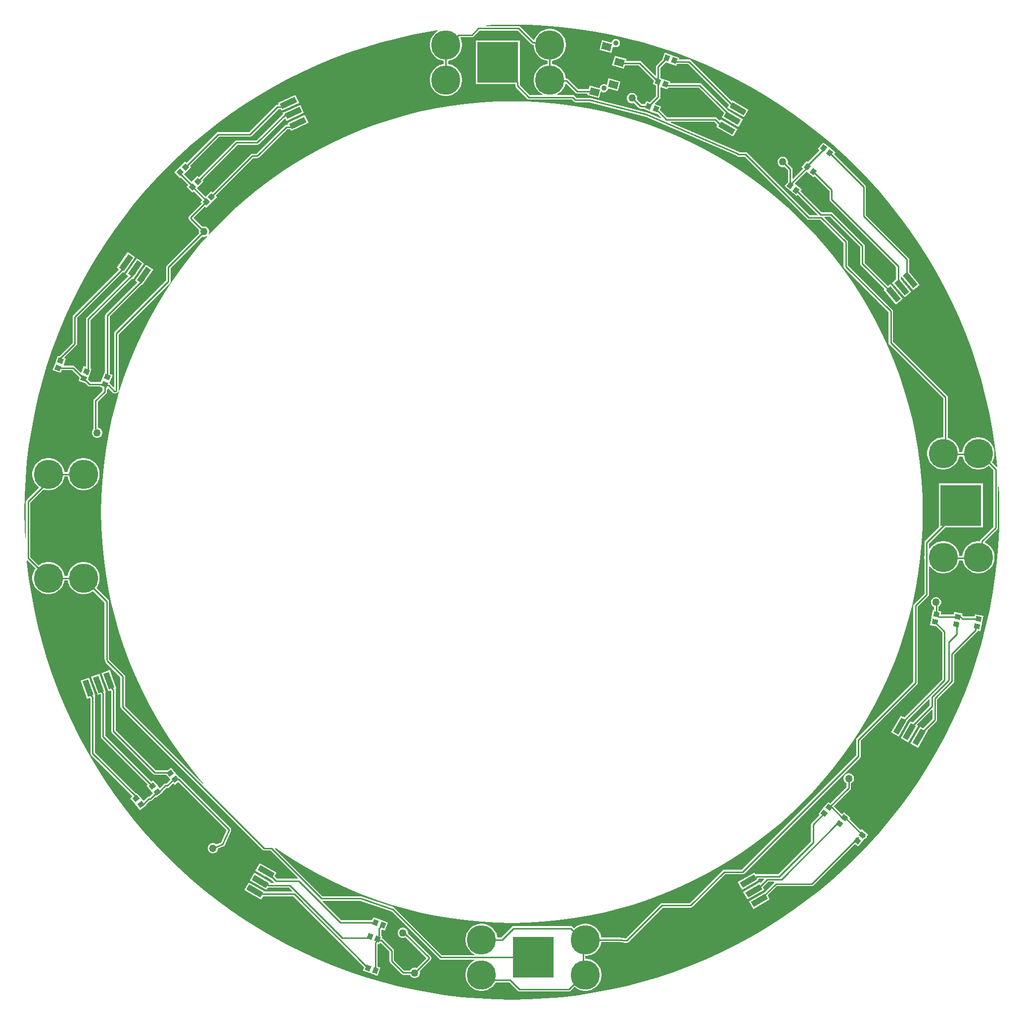
<source format=gtl>
G04*
G04 #@! TF.GenerationSoftware,Altium Limited,Altium Designer,22.9.1 (49)*
G04*
G04 Layer_Physical_Order=1*
G04 Layer_Color=255*
%FSLAX25Y25*%
%MOIN*%
G70*
G04*
G04 #@! TF.SameCoordinates,8A5C06B3-4C5D-48ED-891A-8E98A4BE319D*
G04*
G04*
G04 #@! TF.FilePolarity,Positive*
G04*
G01*
G75*
%ADD14C,0.01000*%
G04:AMPARAMS|DCode=15|XSize=110.24mil|YSize=39.37mil|CornerRadius=0mil|HoleSize=0mil|Usage=FLASHONLY|Rotation=330.000|XOffset=0mil|YOffset=0mil|HoleType=Round|Shape=Rectangle|*
%AMROTATEDRECTD15*
4,1,4,-0.05758,0.01051,-0.03789,0.04461,0.05758,-0.01051,0.03789,-0.04461,-0.05758,0.01051,0.0*
%
%ADD15ROTATEDRECTD15*%

G04:AMPARAMS|DCode=16|XSize=110.24mil|YSize=39.37mil|CornerRadius=0mil|HoleSize=0mil|Usage=FLASHONLY|Rotation=25.000|XOffset=0mil|YOffset=0mil|HoleType=Round|Shape=Rectangle|*
%AMROTATEDRECTD16*
4,1,4,-0.04164,-0.04114,-0.05827,-0.00545,0.04164,0.04114,0.05827,0.00545,-0.04164,-0.04114,0.0*
%
%ADD16ROTATEDRECTD16*%

%ADD17R,0.27559X0.27559*%
G04:AMPARAMS|DCode=18|XSize=110.24mil|YSize=39.37mil|CornerRadius=0mil|HoleSize=0mil|Usage=FLASHONLY|Rotation=210.000|XOffset=0mil|YOffset=0mil|HoleType=Round|Shape=Rectangle|*
%AMROTATEDRECTD18*
4,1,4,0.03789,0.04461,0.05758,0.01051,-0.03789,-0.04461,-0.05758,-0.01051,0.03789,0.04461,0.0*
%
%ADD18ROTATEDRECTD18*%

G04:AMPARAMS|DCode=19|XSize=110.24mil|YSize=39.37mil|CornerRadius=0mil|HoleSize=0mil|Usage=FLASHONLY|Rotation=240.000|XOffset=0mil|YOffset=0mil|HoleType=Round|Shape=Rectangle|*
%AMROTATEDRECTD19*
4,1,4,0.01051,0.05758,0.04461,0.03789,-0.01051,-0.05758,-0.04461,-0.03789,0.01051,0.05758,0.0*
%
%ADD19ROTATEDRECTD19*%

G04:AMPARAMS|DCode=20|XSize=47.24mil|YSize=62.99mil|CornerRadius=0mil|HoleSize=0mil|Usage=FLASHONLY|Rotation=75.000|XOffset=0mil|YOffset=0mil|HoleType=Round|Shape=Rectangle|*
%AMROTATEDRECTD20*
4,1,4,0.02431,-0.03097,-0.03654,-0.01467,-0.02431,0.03097,0.03654,0.01467,0.02431,-0.03097,0.0*
%
%ADD20ROTATEDRECTD20*%

%ADD21R,0.27559X0.27559*%
G04:AMPARAMS|DCode=22|XSize=110.24mil|YSize=39.37mil|CornerRadius=0mil|HoleSize=0mil|Usage=FLASHONLY|Rotation=310.000|XOffset=0mil|YOffset=0mil|HoleType=Round|Shape=Rectangle|*
%AMROTATEDRECTD22*
4,1,4,-0.05051,0.02957,-0.02035,0.05488,0.05051,-0.02957,0.02035,-0.05488,-0.05051,0.02957,0.0*
%
%ADD22ROTATEDRECTD22*%

G04:AMPARAMS|DCode=23|XSize=110.24mil|YSize=39.37mil|CornerRadius=0mil|HoleSize=0mil|Usage=FLASHONLY|Rotation=55.000|XOffset=0mil|YOffset=0mil|HoleType=Round|Shape=Rectangle|*
%AMROTATEDRECTD23*
4,1,4,-0.01549,-0.05644,-0.04774,-0.03386,0.01549,0.05644,0.04774,0.03386,-0.01549,-0.05644,0.0*
%
%ADD23ROTATEDRECTD23*%

G04:AMPARAMS|DCode=24|XSize=110.24mil|YSize=39.37mil|CornerRadius=0mil|HoleSize=0mil|Usage=FLASHONLY|Rotation=110.000|XOffset=0mil|YOffset=0mil|HoleType=Round|Shape=Rectangle|*
%AMROTATEDRECTD24*
4,1,4,0.03735,-0.04506,0.00035,-0.05853,-0.03735,0.04506,-0.00035,0.05853,0.03735,-0.04506,0.0*
%
%ADD24ROTATEDRECTD24*%

G04:AMPARAMS|DCode=25|XSize=37.4mil|YSize=33.47mil|CornerRadius=0mil|HoleSize=0mil|Usage=FLASHONLY|Rotation=320.000|XOffset=0mil|YOffset=0mil|HoleType=Round|Shape=Rectangle|*
%AMROTATEDRECTD25*
4,1,4,-0.02508,-0.00080,-0.00357,0.02484,0.02508,0.00080,0.00357,-0.02484,-0.02508,-0.00080,0.0*
%
%ADD25ROTATEDRECTD25*%

G04:AMPARAMS|DCode=26|XSize=37.4mil|YSize=33.47mil|CornerRadius=0mil|HoleSize=0mil|Usage=FLASHONLY|Rotation=220.000|XOffset=0mil|YOffset=0mil|HoleType=Round|Shape=Rectangle|*
%AMROTATEDRECTD26*
4,1,4,0.00357,0.02484,0.02508,-0.00080,-0.00357,-0.02484,-0.02508,0.00080,0.00357,0.02484,0.0*
%
%ADD26ROTATEDRECTD26*%

G04:AMPARAMS|DCode=27|XSize=37.4mil|YSize=33.47mil|CornerRadius=0mil|HoleSize=0mil|Usage=FLASHONLY|Rotation=160.000|XOffset=0mil|YOffset=0mil|HoleType=Round|Shape=Rectangle|*
%AMROTATEDRECTD27*
4,1,4,0.02330,0.00933,0.01185,-0.02212,-0.02330,-0.00933,-0.01185,0.02212,0.02330,0.00933,0.0*
%
%ADD27ROTATEDRECTD27*%

G04:AMPARAMS|DCode=28|XSize=37.4mil|YSize=33.47mil|CornerRadius=0mil|HoleSize=0mil|Usage=FLASHONLY|Rotation=135.000|XOffset=0mil|YOffset=0mil|HoleType=Round|Shape=Rectangle|*
%AMROTATEDRECTD28*
4,1,4,0.02506,-0.00139,0.00139,-0.02506,-0.02506,0.00139,-0.00139,0.02506,0.02506,-0.00139,0.0*
%
%ADD28ROTATEDRECTD28*%

G04:AMPARAMS|DCode=29|XSize=37.4mil|YSize=33.47mil|CornerRadius=0mil|HoleSize=0mil|Usage=FLASHONLY|Rotation=250.000|XOffset=0mil|YOffset=0mil|HoleType=Round|Shape=Rectangle|*
%AMROTATEDRECTD29*
4,1,4,-0.00933,0.02330,0.02212,0.01185,0.00933,-0.02330,-0.02212,-0.01185,-0.00933,0.02330,0.0*
%
%ADD29ROTATEDRECTD29*%

G04:AMPARAMS|DCode=30|XSize=37.4mil|YSize=33.47mil|CornerRadius=0mil|HoleSize=0mil|Usage=FLASHONLY|Rotation=350.000|XOffset=0mil|YOffset=0mil|HoleType=Round|Shape=Rectangle|*
%AMROTATEDRECTD30*
4,1,4,-0.02132,-0.01323,-0.01551,0.01973,0.02132,0.01323,0.01551,-0.01973,-0.02132,-0.01323,0.0*
%
%ADD30ROTATEDRECTD30*%

G04:AMPARAMS|DCode=31|XSize=37.4mil|YSize=33.47mil|CornerRadius=0mil|HoleSize=0mil|Usage=FLASHONLY|Rotation=50.000|XOffset=0mil|YOffset=0mil|HoleType=Round|Shape=Rectangle|*
%AMROTATEDRECTD31*
4,1,4,0.00080,-0.02508,-0.02484,-0.00357,-0.00080,0.02508,0.02484,0.00357,0.00080,-0.02508,0.0*
%
%ADD31ROTATEDRECTD31*%

%ADD51C,0.19685*%
%ADD52C,0.03937*%
%ADD53C,0.05000*%
%ADD54C,0.03543*%
G36*
X1077423Y1202639D02*
X1077317Y1202584D01*
X1075937Y1201581D01*
X1074730Y1200374D01*
X1073727Y1198994D01*
X1072952Y1197473D01*
X1072425Y1195850D01*
X1072157Y1194164D01*
Y1192458D01*
X1072425Y1190772D01*
X1072952Y1189149D01*
X1073727Y1187628D01*
X1074730Y1186248D01*
X1075937Y1185041D01*
X1077317Y1184038D01*
X1078838Y1183263D01*
X1080461Y1182736D01*
X1081471Y1182576D01*
Y1180424D01*
X1080461Y1180264D01*
X1078838Y1179737D01*
X1077317Y1178962D01*
X1075937Y1177959D01*
X1074730Y1176752D01*
X1073727Y1175372D01*
X1072952Y1173851D01*
X1072425Y1172228D01*
X1072157Y1170542D01*
Y1168836D01*
X1072425Y1167150D01*
X1072952Y1165527D01*
X1073727Y1164006D01*
X1074730Y1162626D01*
X1075937Y1161419D01*
X1077317Y1160416D01*
X1078838Y1159641D01*
X1080461Y1159114D01*
X1082147Y1158846D01*
X1083853D01*
X1085539Y1159114D01*
X1087162Y1159641D01*
X1088683Y1160416D01*
X1090063Y1161419D01*
X1091270Y1162626D01*
X1092273Y1164006D01*
X1093048Y1165527D01*
X1093575Y1167150D01*
X1093843Y1168836D01*
Y1170542D01*
X1093575Y1172228D01*
X1093048Y1173851D01*
X1092273Y1175372D01*
X1091270Y1176752D01*
X1090063Y1177959D01*
X1088683Y1178962D01*
X1087162Y1179737D01*
X1085539Y1180264D01*
X1084529Y1180424D01*
Y1182576D01*
X1085539Y1182736D01*
X1087162Y1183263D01*
X1088683Y1184038D01*
X1090063Y1185041D01*
X1091270Y1186248D01*
X1092273Y1187628D01*
X1093048Y1189149D01*
X1093575Y1190772D01*
X1093843Y1192458D01*
Y1194164D01*
X1093575Y1195850D01*
X1093048Y1197473D01*
X1092757Y1198044D01*
X1093018Y1198471D01*
X1100500D01*
X1101085Y1198587D01*
X1101581Y1198919D01*
X1105634Y1202971D01*
X1131367D01*
X1140576Y1193761D01*
X1141072Y1193430D01*
X1141658Y1193313D01*
X1142157D01*
Y1192458D01*
X1142424Y1190772D01*
X1142952Y1189149D01*
X1143727Y1187628D01*
X1144730Y1186248D01*
X1145937Y1185041D01*
X1147317Y1184038D01*
X1148838Y1183263D01*
X1150461Y1182736D01*
X1151471Y1182576D01*
Y1180424D01*
X1150461Y1180264D01*
X1148838Y1179737D01*
X1147317Y1178962D01*
X1145937Y1177959D01*
X1144730Y1176752D01*
X1143727Y1175372D01*
X1142952Y1173851D01*
X1142424Y1172228D01*
X1142157Y1170542D01*
Y1168836D01*
X1142424Y1167150D01*
X1142952Y1165527D01*
X1143727Y1164006D01*
X1144730Y1162626D01*
X1145937Y1161419D01*
X1147317Y1160416D01*
X1148075Y1160029D01*
X1147955Y1159529D01*
X1139633D01*
X1132809Y1166354D01*
Y1168221D01*
X1132780Y1168368D01*
Y1196280D01*
X1103220D01*
Y1166720D01*
X1129750D01*
Y1165720D01*
X1129867Y1165135D01*
X1130198Y1164639D01*
X1137919Y1156919D01*
X1138415Y1156587D01*
X1139000Y1156471D01*
X1167867D01*
X1169236Y1155101D01*
X1169733Y1154769D01*
X1170318Y1154653D01*
X1179628D01*
X1217457Y1144997D01*
X1278461Y1118853D01*
X1278533Y1118804D01*
X1278918Y1118419D01*
X1279415Y1118087D01*
X1280000Y1117971D01*
X1284367D01*
X1326384Y1075953D01*
X1326880Y1075621D01*
X1327466Y1075505D01*
X1335332D01*
X1350971Y1059867D01*
Y1044040D01*
X1351087Y1043455D01*
X1351419Y1042959D01*
X1381260Y1013117D01*
Y992669D01*
X1381377Y992084D01*
X1381708Y991588D01*
X1418160Y955137D01*
Y928843D01*
X1417336D01*
X1415650Y928576D01*
X1414027Y928048D01*
X1412506Y927273D01*
X1411126Y926270D01*
X1409919Y925063D01*
X1408916Y923683D01*
X1408141Y922162D01*
X1407613Y920539D01*
X1407347Y918853D01*
Y917147D01*
X1407613Y915461D01*
X1408141Y913838D01*
X1408916Y912317D01*
X1409919Y910937D01*
X1411126Y909730D01*
X1412506Y908727D01*
X1414027Y907952D01*
X1415650Y907425D01*
X1417336Y907158D01*
X1419042D01*
X1420728Y907425D01*
X1422351Y907952D01*
X1423872Y908727D01*
X1425252Y909730D01*
X1426459Y910937D01*
X1427462Y912317D01*
X1428237Y913838D01*
X1428765Y915461D01*
X1428845Y915971D01*
X1431155D01*
X1431236Y915461D01*
X1431763Y913838D01*
X1432538Y912317D01*
X1433541Y910937D01*
X1434748Y909730D01*
X1436128Y908727D01*
X1437649Y907952D01*
X1439272Y907425D01*
X1440958Y907158D01*
X1442664D01*
X1444350Y907425D01*
X1445973Y907952D01*
X1447494Y908727D01*
X1448874Y909730D01*
X1448896Y909752D01*
X1451971Y906678D01*
Y868633D01*
X1443261Y859924D01*
X1442930Y859428D01*
X1442813Y858842D01*
X1442790Y858823D01*
X1442664Y858842D01*
X1440958D01*
X1439272Y858576D01*
X1437649Y858048D01*
X1436128Y857273D01*
X1434748Y856270D01*
X1433541Y855063D01*
X1432538Y853683D01*
X1431763Y852162D01*
X1431236Y850539D01*
X1430996Y849029D01*
X1429004D01*
X1428765Y850539D01*
X1428237Y852162D01*
X1427462Y853683D01*
X1426459Y855063D01*
X1425252Y856270D01*
X1423872Y857273D01*
X1422351Y858048D01*
X1420728Y858576D01*
X1419042Y858842D01*
X1417336D01*
X1415650Y858576D01*
X1414027Y858048D01*
X1412506Y857273D01*
X1411125Y856270D01*
X1409919Y855063D01*
X1409029Y853839D01*
X1408529Y854002D01*
Y857366D01*
X1419383Y868221D01*
X1444779D01*
Y897779D01*
X1415221D01*
Y868383D01*
X1405919Y859081D01*
X1405587Y858585D01*
X1405471Y858000D01*
Y850037D01*
X1405465Y850015D01*
X1405307Y848000D01*
X1405465Y845985D01*
X1405471Y845963D01*
Y823633D01*
X1398419Y816581D01*
X1398087Y816085D01*
X1397971Y815500D01*
Y764134D01*
X1359919Y726081D01*
X1359587Y725585D01*
X1359471Y725000D01*
Y714634D01*
X1282366Y637529D01*
X1270500D01*
X1269915Y637413D01*
X1269419Y637081D01*
X1247367Y615029D01*
X1228500D01*
X1227915Y614913D01*
X1227419Y614581D01*
X1204184Y591347D01*
X1199897Y591831D01*
X1199810Y591823D01*
X1199725Y591840D01*
X1187735D01*
X1187576Y592850D01*
X1187048Y594473D01*
X1186273Y595994D01*
X1185270Y597374D01*
X1184063Y598581D01*
X1182683Y599584D01*
X1181162Y600359D01*
X1179539Y600887D01*
X1177853Y601154D01*
X1176147D01*
X1174461Y600887D01*
X1172838Y600359D01*
X1171317Y599584D01*
X1169937Y598581D01*
X1169333Y597978D01*
X1168230Y599081D01*
X1167733Y599413D01*
X1167148Y599529D01*
X1128500D01*
X1127915Y599413D01*
X1127419Y599081D01*
X1120177Y591840D01*
X1117735D01*
X1117575Y592850D01*
X1117048Y594473D01*
X1116273Y595994D01*
X1115270Y597374D01*
X1114063Y598581D01*
X1112683Y599584D01*
X1111162Y600359D01*
X1109539Y600886D01*
X1107853Y601154D01*
X1106147D01*
X1104461Y600886D01*
X1102838Y600359D01*
X1101317Y599584D01*
X1099936Y598581D01*
X1098730Y597374D01*
X1097727Y595994D01*
X1096952Y594473D01*
X1096424Y592850D01*
X1096157Y591164D01*
Y589458D01*
X1096424Y587772D01*
X1096952Y586149D01*
X1097727Y584628D01*
X1098730Y583248D01*
X1099936Y582041D01*
X1101317Y581038D01*
X1102315Y580529D01*
X1102195Y580029D01*
X1080134D01*
X1048237Y611926D01*
X1048237Y611926D01*
X1048237Y611926D01*
X1048070Y612093D01*
X1048024Y612123D01*
X1047990Y612167D01*
X1047777Y612288D01*
X1047574Y612424D01*
X1047520Y612435D01*
X1047472Y612462D01*
X1025940Y619629D01*
X1025697Y619660D01*
X1025457Y619707D01*
X999956D01*
X967957Y651706D01*
X968281Y652089D01*
X971553Y649767D01*
X980215Y644096D01*
X989082Y638753D01*
X998143Y633745D01*
X1007385Y629080D01*
X1016796Y624763D01*
X1026361Y620801D01*
X1036067Y617199D01*
X1045901Y613963D01*
X1055850Y611097D01*
X1065898Y608605D01*
X1076033Y606490D01*
X1086240Y604756D01*
X1096504Y603405D01*
X1106812Y602438D01*
X1117149Y601858D01*
X1127500Y601664D01*
X1137851Y601858D01*
X1148188Y602438D01*
X1158496Y603405D01*
X1168760Y604756D01*
X1178967Y606490D01*
X1189102Y608605D01*
X1199150Y611097D01*
X1209099Y613963D01*
X1218933Y617199D01*
X1228640Y620801D01*
X1238204Y624763D01*
X1247615Y629080D01*
X1256857Y633745D01*
X1265918Y638753D01*
X1274786Y644096D01*
X1283447Y649767D01*
X1291891Y655758D01*
X1300104Y662061D01*
X1308076Y668666D01*
X1315796Y675565D01*
X1323252Y682748D01*
X1330435Y690204D01*
X1337334Y697924D01*
X1343939Y705896D01*
X1350241Y714109D01*
X1356232Y722553D01*
X1361904Y731215D01*
X1367247Y740082D01*
X1372255Y749143D01*
X1376920Y758386D01*
X1381237Y767796D01*
X1385199Y777360D01*
X1388801Y787067D01*
X1392037Y796901D01*
X1394903Y806850D01*
X1397395Y816898D01*
X1399510Y827033D01*
X1401244Y837240D01*
X1402595Y847504D01*
X1403562Y857812D01*
X1404142Y868149D01*
X1404336Y878500D01*
X1404142Y888851D01*
X1403562Y899188D01*
X1402595Y909496D01*
X1401244Y919760D01*
X1399510Y929967D01*
X1397395Y940102D01*
X1394903Y950150D01*
X1392037Y960099D01*
X1388801Y969933D01*
X1385199Y979640D01*
X1381237Y989204D01*
X1376920Y998615D01*
X1372255Y1007857D01*
X1367247Y1016918D01*
X1361904Y1025786D01*
X1356232Y1034447D01*
X1350241Y1042891D01*
X1343939Y1051104D01*
X1337334Y1059076D01*
X1330435Y1066796D01*
X1323252Y1074253D01*
X1315796Y1081435D01*
X1308076Y1088334D01*
X1300104Y1094939D01*
X1291891Y1101241D01*
X1283447Y1107232D01*
X1274786Y1112904D01*
X1265918Y1118247D01*
X1256857Y1123255D01*
X1247615Y1127920D01*
X1238204Y1132237D01*
X1228640Y1136199D01*
X1218933Y1139801D01*
X1209099Y1143037D01*
X1199150Y1145903D01*
X1189102Y1148395D01*
X1178967Y1150510D01*
X1168760Y1152244D01*
X1158496Y1153595D01*
X1148188Y1154562D01*
X1137851Y1155142D01*
X1127500Y1155336D01*
X1117149Y1155142D01*
X1106812Y1154562D01*
X1096504Y1153595D01*
X1086240Y1152244D01*
X1076033Y1150510D01*
X1065898Y1148395D01*
X1055850Y1145903D01*
X1045901Y1143037D01*
X1036067Y1139801D01*
X1026361Y1136199D01*
X1016796Y1132237D01*
X1007385Y1127920D01*
X998143Y1123255D01*
X989082Y1118247D01*
X980215Y1112904D01*
X971553Y1107232D01*
X963109Y1101241D01*
X954896Y1094939D01*
X946924Y1088334D01*
X939204Y1081435D01*
X931748Y1074253D01*
X924565Y1066796D01*
X923569Y1065682D01*
X923162Y1065976D01*
X923262Y1066149D01*
X923500Y1067039D01*
Y1067961D01*
X923262Y1068851D01*
X922801Y1069649D01*
X922149Y1070301D01*
X921351Y1070761D01*
X920461Y1071000D01*
X919539D01*
X918848Y1070815D01*
X912913Y1076750D01*
X920572Y1084409D01*
X921520Y1083461D01*
X925301Y1087242D01*
X928920Y1090861D01*
X927972Y1091809D01*
X953133Y1116971D01*
X956000D01*
X956585Y1117087D01*
X957081Y1117419D01*
X976056Y1136393D01*
X978114D01*
X978653Y1135237D01*
X990456Y1140741D01*
X987947Y1146121D01*
X976144Y1140617D01*
X976491Y1139873D01*
X976222Y1139452D01*
X975422D01*
X974837Y1139335D01*
X974341Y1139004D01*
X955367Y1120029D01*
X952500D01*
X951915Y1119913D01*
X951419Y1119581D01*
X925809Y1093972D01*
X924861Y1094920D01*
X921080Y1091139D01*
X920675Y1091368D01*
X915301Y1096743D01*
X915949Y1097390D01*
X915949Y1097390D01*
X919729Y1101170D01*
X918781Y1102118D01*
X942634Y1125971D01*
X956000D01*
X956585Y1126087D01*
X957081Y1126419D01*
X974289Y1143626D01*
X974782Y1143539D01*
X975492Y1142016D01*
X987295Y1147520D01*
X984786Y1152901D01*
X975045Y1148358D01*
X974814Y1148312D01*
X974509Y1148109D01*
X972983Y1147397D01*
X973222Y1146885D01*
X955367Y1129029D01*
X942000D01*
X941415Y1128913D01*
X940919Y1128581D01*
X916618Y1104281D01*
X915670Y1105229D01*
X912051Y1101610D01*
X912051Y1101610D01*
X911552Y1101111D01*
X906611Y1106052D01*
X907639Y1107080D01*
X907639Y1107080D01*
X911420Y1110861D01*
X910472Y1111809D01*
X930134Y1131471D01*
X951000D01*
X951585Y1131587D01*
X952081Y1131919D01*
X970070Y1149907D01*
X971812D01*
X972330Y1148796D01*
X984134Y1154300D01*
X981625Y1159680D01*
X969821Y1154176D01*
X970189Y1153388D01*
X969921Y1152966D01*
X969437D01*
X968851Y1152849D01*
X968355Y1152518D01*
X950366Y1134529D01*
X929500D01*
X928915Y1134413D01*
X928419Y1134081D01*
X908309Y1113972D01*
X907361Y1114920D01*
X903742Y1111301D01*
X903742Y1111301D01*
X899961Y1107520D01*
X904020Y1103461D01*
X904448Y1103889D01*
X909389Y1098948D01*
X908271Y1097830D01*
X912330Y1093771D01*
X913138Y1094580D01*
X918830Y1088888D01*
X917461Y1087520D01*
X918409Y1086572D01*
X910083Y1078246D01*
X909751Y1077750D01*
X909635Y1077164D01*
Y1076336D01*
X909751Y1075751D01*
X910083Y1075254D01*
X916685Y1068652D01*
X916500Y1067961D01*
Y1067039D01*
X916685Y1066348D01*
X894919Y1044581D01*
X894587Y1044085D01*
X894471Y1043500D01*
Y1034634D01*
X859919Y1000081D01*
X859587Y999585D01*
X859471Y999000D01*
Y962846D01*
X859009Y962654D01*
X856847Y964816D01*
X856374Y965132D01*
X858486Y970935D01*
X856405Y971693D01*
Y1010275D01*
X877680Y1031551D01*
X878356Y1031078D01*
X885826Y1041746D01*
X880963Y1045151D01*
X873493Y1034483D01*
X874817Y1033556D01*
X874861Y1033057D01*
X853794Y1011990D01*
X853462Y1011494D01*
X853346Y1010909D01*
Y973076D01*
X853092Y972898D01*
X853093D01*
X851342Y968089D01*
X850627Y966125D01*
X843538D01*
X841816Y967846D01*
X842533Y969816D01*
X842533Y969816D01*
X844362Y974840D01*
X843529Y975143D01*
Y1007818D01*
X871553Y1035841D01*
X872229Y1035368D01*
X879699Y1046037D01*
X874835Y1049442D01*
X867365Y1038774D01*
X868690Y1037846D01*
X868733Y1037348D01*
X840919Y1009533D01*
X840587Y1009037D01*
X840471Y1008452D01*
Y976692D01*
X840061Y976405D01*
X838968Y976803D01*
X837497Y972762D01*
X837009Y972654D01*
X832986Y976677D01*
X832490Y977008D01*
X831905Y977125D01*
X825768D01*
X825418Y977625D01*
X826987Y981935D01*
X826039Y982280D01*
X825931Y982768D01*
X834081Y990919D01*
X834413Y991415D01*
X834529Y992000D01*
Y1009367D01*
X865349Y1040186D01*
X866101Y1039659D01*
X873571Y1050327D01*
X868708Y1053732D01*
X861238Y1043064D01*
X862486Y1042190D01*
X862529Y1041692D01*
X831919Y1011081D01*
X831587Y1010585D01*
X831471Y1010000D01*
Y992634D01*
X822431Y983593D01*
X821593Y983898D01*
X819764Y978874D01*
X819764Y978874D01*
X818013Y974065D01*
X823407Y972102D01*
X824122Y974066D01*
X831271D01*
X836184Y969153D01*
X835389Y966970D01*
X840072Y965265D01*
X841823Y963514D01*
X842319Y963182D01*
X842905Y963066D01*
X849513D01*
X849514Y963065D01*
Y963065D01*
X851595Y962307D01*
Y960258D01*
X845919Y954581D01*
X845587Y954085D01*
X845471Y953500D01*
Y934586D01*
X845498Y934448D01*
X845199Y934149D01*
X844738Y933351D01*
X844500Y932461D01*
Y931539D01*
X844738Y930649D01*
X845199Y929851D01*
X845851Y929199D01*
X846649Y928738D01*
X847539Y928500D01*
X848461D01*
X849351Y928738D01*
X850149Y929199D01*
X850801Y929851D01*
X851262Y930649D01*
X851500Y931539D01*
Y932461D01*
X851262Y933351D01*
X850801Y934149D01*
X850149Y934801D01*
X849351Y935262D01*
X848529Y935482D01*
Y952866D01*
X854206Y958543D01*
X854538Y959039D01*
X854654Y959625D01*
Y960924D01*
X854908Y961102D01*
X854907D01*
X855103Y961638D01*
X855591Y961746D01*
X858504Y958833D01*
X859000Y958501D01*
X859586Y958385D01*
X860414D01*
X860999Y958501D01*
X861496Y958833D01*
X862081Y959419D01*
X862413Y959915D01*
X862866Y959761D01*
X860097Y950150D01*
X857605Y940102D01*
X855490Y929967D01*
X853756Y919760D01*
X852405Y909496D01*
X851438Y899188D01*
X850858Y888851D01*
X850664Y878500D01*
X850858Y868149D01*
X851438Y857812D01*
X852405Y847504D01*
X853756Y837240D01*
X855490Y827033D01*
X857605Y816898D01*
X860097Y806850D01*
X862963Y796901D01*
X866199Y787067D01*
X869801Y777360D01*
X873763Y767796D01*
X878080Y758386D01*
X882745Y749143D01*
X887753Y740082D01*
X893096Y731215D01*
X898767Y722553D01*
X904758Y714109D01*
X911061Y705896D01*
X917666Y697924D01*
X919513Y695857D01*
X919150Y695513D01*
X866722Y747940D01*
Y767807D01*
X866606Y768392D01*
X866275Y768888D01*
X856198Y778965D01*
X856029Y779428D01*
Y818311D01*
X855913Y818896D01*
X855581Y819392D01*
X855289Y819685D01*
X847484Y827490D01*
X848084Y828317D01*
X848859Y829838D01*
X849387Y831461D01*
X849654Y833147D01*
Y834853D01*
X849387Y836539D01*
X848859Y838162D01*
X848084Y839683D01*
X847081Y841063D01*
X845875Y842270D01*
X844494Y843273D01*
X842973Y844048D01*
X841350Y844576D01*
X839664Y844843D01*
X837958D01*
X836272Y844576D01*
X834649Y844048D01*
X833128Y843273D01*
X831748Y842270D01*
X830541Y841063D01*
X829538Y839683D01*
X828763Y838162D01*
X828236Y836539D01*
X828076Y835529D01*
X825924D01*
X825764Y836539D01*
X825237Y838162D01*
X824462Y839683D01*
X823459Y841063D01*
X822252Y842270D01*
X820872Y843273D01*
X819351Y844048D01*
X817728Y844576D01*
X816042Y844843D01*
X814336D01*
X812650Y844576D01*
X811027Y844048D01*
X809506Y843273D01*
X808679Y842673D01*
X803029Y848322D01*
Y884867D01*
X811848Y893685D01*
X812650Y893425D01*
X814336Y893157D01*
X816042D01*
X817728Y893425D01*
X819351Y893952D01*
X820872Y894727D01*
X822252Y895730D01*
X823459Y896937D01*
X824462Y898317D01*
X825237Y899838D01*
X825764Y901461D01*
X825924Y902471D01*
X828076D01*
X828236Y901461D01*
X828763Y899838D01*
X829538Y898317D01*
X830541Y896937D01*
X831748Y895730D01*
X833128Y894727D01*
X834649Y893952D01*
X836272Y893425D01*
X837958Y893157D01*
X839664D01*
X841350Y893425D01*
X842973Y893952D01*
X844494Y894727D01*
X845874Y895730D01*
X847081Y896937D01*
X848084Y898317D01*
X848859Y899838D01*
X849387Y901461D01*
X849654Y903147D01*
Y904853D01*
X849387Y906539D01*
X848859Y908162D01*
X848084Y909683D01*
X847081Y911063D01*
X845874Y912270D01*
X844494Y913273D01*
X842973Y914048D01*
X841350Y914575D01*
X839664Y914843D01*
X837958D01*
X836272Y914575D01*
X834649Y914048D01*
X833128Y913273D01*
X831748Y912270D01*
X830541Y911063D01*
X829538Y909683D01*
X828763Y908162D01*
X828236Y906539D01*
X828076Y905529D01*
X825924D01*
X825764Y906539D01*
X825237Y908162D01*
X824462Y909683D01*
X823459Y911063D01*
X822252Y912270D01*
X820872Y913273D01*
X819351Y914048D01*
X817728Y914575D01*
X816042Y914843D01*
X814336D01*
X812650Y914575D01*
X811027Y914048D01*
X809506Y913273D01*
X808126Y912270D01*
X806919Y911063D01*
X805916Y909683D01*
X805141Y908162D01*
X804613Y906539D01*
X804346Y904853D01*
Y903147D01*
X804613Y901461D01*
X805141Y899838D01*
X805916Y898317D01*
X806919Y896937D01*
X808126Y895730D01*
X808649Y895350D01*
X808688Y894851D01*
X800419Y886581D01*
X800087Y886085D01*
X799971Y885500D01*
Y861357D01*
X799471Y861344D01*
X799166Y867284D01*
X798975Y878500D01*
X799166Y889716D01*
X799740Y900919D01*
X800697Y912096D01*
X802034Y923234D01*
X803751Y934320D01*
X805846Y945341D01*
X808315Y956283D01*
X811157Y967135D01*
X814368Y977884D01*
X817943Y988517D01*
X821880Y999021D01*
X826173Y1009385D01*
X830817Y1019596D01*
X835807Y1029643D01*
X841137Y1039514D01*
X846801Y1049197D01*
X852793Y1058680D01*
X859105Y1067954D01*
X865729Y1077007D01*
X872659Y1085828D01*
X879886Y1094408D01*
X887402Y1102736D01*
X895197Y1110803D01*
X903264Y1118598D01*
X911592Y1126114D01*
X920172Y1133341D01*
X928993Y1140271D01*
X938046Y1146895D01*
X947320Y1153207D01*
X956803Y1159198D01*
X966486Y1164863D01*
X976357Y1170193D01*
X986404Y1175183D01*
X996615Y1179827D01*
X1006979Y1184120D01*
X1017484Y1188057D01*
X1028116Y1191632D01*
X1038865Y1194843D01*
X1049717Y1197684D01*
X1060660Y1200154D01*
X1071680Y1202248D01*
X1077270Y1203114D01*
X1077423Y1202639D01*
D02*
G37*
G36*
X1138716Y1206834D02*
X1149919Y1206260D01*
X1161096Y1205303D01*
X1172234Y1203965D01*
X1183320Y1202248D01*
X1194341Y1200154D01*
X1205283Y1197684D01*
X1216135Y1194843D01*
X1226884Y1191632D01*
X1237516Y1188057D01*
X1248021Y1184120D01*
X1258385Y1179827D01*
X1268596Y1175183D01*
X1278643Y1170193D01*
X1288514Y1164863D01*
X1298197Y1159198D01*
X1307680Y1153207D01*
X1316954Y1146895D01*
X1326007Y1140271D01*
X1334828Y1133341D01*
X1343408Y1126114D01*
X1351736Y1118598D01*
X1359803Y1110803D01*
X1367598Y1102736D01*
X1375114Y1094408D01*
X1382341Y1085828D01*
X1389271Y1077007D01*
X1395895Y1067954D01*
X1402207Y1058680D01*
X1408199Y1049197D01*
X1413863Y1039514D01*
X1419193Y1029643D01*
X1424183Y1019596D01*
X1428827Y1009385D01*
X1433120Y999021D01*
X1437057Y988517D01*
X1440632Y977884D01*
X1443843Y967135D01*
X1446684Y956283D01*
X1449154Y945341D01*
X1451248Y934320D01*
X1452966Y923234D01*
X1454303Y912096D01*
X1454558Y909124D01*
X1454075Y908899D01*
X1450904Y912070D01*
X1451084Y912317D01*
X1451859Y913838D01*
X1452386Y915461D01*
X1452654Y917147D01*
Y918853D01*
X1452386Y920539D01*
X1451859Y922162D01*
X1451084Y923683D01*
X1450081Y925063D01*
X1448874Y926270D01*
X1447494Y927273D01*
X1445973Y928048D01*
X1444350Y928576D01*
X1442664Y928843D01*
X1440958D01*
X1439272Y928576D01*
X1437649Y928048D01*
X1436128Y927273D01*
X1434748Y926270D01*
X1433541Y925063D01*
X1432538Y923683D01*
X1431763Y922162D01*
X1431236Y920539D01*
X1430996Y919029D01*
X1429004D01*
X1428765Y920539D01*
X1428237Y922162D01*
X1427462Y923683D01*
X1426459Y925063D01*
X1425252Y926270D01*
X1423872Y927273D01*
X1422351Y928048D01*
X1421218Y928416D01*
Y955770D01*
X1421102Y956355D01*
X1420770Y956852D01*
X1384319Y993303D01*
Y1013750D01*
X1384203Y1014335D01*
X1383871Y1014832D01*
X1354029Y1044673D01*
Y1060500D01*
X1353913Y1061085D01*
X1353582Y1061581D01*
X1338120Y1077043D01*
X1338311Y1077505D01*
X1341929D01*
X1362105Y1057328D01*
Y1045923D01*
X1362222Y1045338D01*
X1362553Y1044842D01*
X1378345Y1029051D01*
X1378323Y1028551D01*
X1377945Y1028234D01*
X1386316Y1018257D01*
X1390864Y1022073D01*
X1382493Y1032050D01*
X1380958Y1030762D01*
X1365164Y1046557D01*
Y1057962D01*
X1365048Y1058547D01*
X1364716Y1059043D01*
X1343644Y1080116D01*
X1343148Y1080447D01*
X1342562Y1080564D01*
X1336168D01*
X1321960Y1094771D01*
X1322853Y1095835D01*
X1318932Y1099125D01*
X1318932Y1099125D01*
X1318236Y1099710D01*
X1318214Y1100209D01*
X1326019Y1108014D01*
X1326782Y1107373D01*
X1326782Y1107373D01*
X1330703Y1104083D01*
X1331173Y1104643D01*
X1331672Y1104665D01*
X1341471Y1094866D01*
Y1089135D01*
X1341587Y1088550D01*
X1341919Y1088054D01*
X1386328Y1043644D01*
Y1035268D01*
X1383675Y1033042D01*
X1392047Y1023065D01*
X1396595Y1026882D01*
X1389387Y1035472D01*
Y1037095D01*
X1389887Y1037277D01*
X1397777Y1027874D01*
X1402325Y1031690D01*
X1395117Y1040280D01*
Y1048913D01*
X1395000Y1049498D01*
X1394669Y1049994D01*
X1366029Y1078633D01*
Y1097500D01*
X1365913Y1098085D01*
X1365581Y1098582D01*
X1344384Y1119779D01*
X1345393Y1120980D01*
X1341297Y1124417D01*
X1341297Y1124417D01*
X1337376Y1127707D01*
X1333687Y1123310D01*
X1334490Y1122635D01*
X1334512Y1122136D01*
X1327033Y1114656D01*
X1326376Y1115207D01*
X1322687Y1110810D01*
X1323383Y1110225D01*
X1323405Y1109726D01*
X1317031Y1103352D01*
X1316569Y1103543D01*
Y1109460D01*
X1316453Y1110046D01*
X1316121Y1110542D01*
X1313315Y1113348D01*
X1313500Y1114039D01*
Y1114961D01*
X1313262Y1115851D01*
X1312801Y1116649D01*
X1312149Y1117301D01*
X1311351Y1117762D01*
X1310461Y1118000D01*
X1309539D01*
X1308649Y1117762D01*
X1307851Y1117301D01*
X1307199Y1116649D01*
X1306738Y1115851D01*
X1306500Y1114961D01*
Y1114039D01*
X1306738Y1113149D01*
X1307199Y1112351D01*
X1307851Y1111699D01*
X1308649Y1111238D01*
X1309539Y1111000D01*
X1310461D01*
X1311152Y1111185D01*
X1313510Y1108827D01*
Y1100981D01*
X1311147Y1098165D01*
X1315068Y1094875D01*
X1315068Y1094875D01*
X1319163Y1091438D01*
X1319748Y1092136D01*
X1320248Y1092157D01*
X1333380Y1079025D01*
X1333189Y1078564D01*
X1328099D01*
X1286081Y1120581D01*
X1285585Y1120913D01*
X1285000Y1121029D01*
X1280634D01*
X1280593Y1121070D01*
X1280471Y1121151D01*
X1280369Y1121255D01*
X1280056Y1121467D01*
X1279921Y1121524D01*
X1279801Y1121607D01*
X1234594Y1140981D01*
X1234694Y1141471D01*
X1263867D01*
X1265927Y1139410D01*
X1265135Y1138038D01*
X1276414Y1131526D01*
X1279383Y1136668D01*
X1268104Y1143179D01*
X1267716Y1142508D01*
X1267220Y1142443D01*
X1265581Y1144081D01*
X1265085Y1144413D01*
X1264500Y1144529D01*
X1232163D01*
X1227067Y1149625D01*
X1227898Y1151907D01*
X1223857Y1153378D01*
X1223749Y1153866D01*
X1227081Y1157199D01*
X1227413Y1157695D01*
X1227529Y1158280D01*
Y1164453D01*
X1227939Y1164740D01*
X1232340Y1163138D01*
X1232825Y1164471D01*
X1253366D01*
X1265093Y1152744D01*
X1265093Y1152744D01*
X1270503Y1147334D01*
X1268875Y1144516D01*
X1280154Y1138004D01*
X1283123Y1143146D01*
X1273409Y1148754D01*
X1267256Y1154907D01*
X1267256Y1154907D01*
X1255081Y1167081D01*
X1254585Y1167413D01*
X1254000Y1167529D01*
X1234374D01*
X1234087Y1167939D01*
X1234303Y1168532D01*
X1229494Y1170283D01*
X1229494Y1170283D01*
X1227529Y1170998D01*
Y1177866D01*
X1231347Y1181684D01*
X1233316Y1180967D01*
X1233316Y1180967D01*
X1238340Y1179138D01*
X1238825Y1180471D01*
X1246272D01*
X1273762Y1152980D01*
X1272616Y1150994D01*
X1283894Y1144482D01*
X1286863Y1149624D01*
X1275584Y1156136D01*
X1275551Y1156078D01*
X1275055Y1156013D01*
X1247987Y1183081D01*
X1247491Y1183413D01*
X1246905Y1183529D01*
X1240374D01*
X1240087Y1183939D01*
X1240303Y1184532D01*
X1235494Y1186283D01*
X1235494Y1186283D01*
X1230470Y1188111D01*
X1228765Y1183428D01*
X1224919Y1179581D01*
X1224587Y1179085D01*
X1224471Y1178500D01*
Y1172846D01*
X1224009Y1172654D01*
X1214581Y1182081D01*
X1214085Y1182413D01*
X1213500Y1182529D01*
X1204797D01*
X1204492Y1182926D01*
X1204740Y1183853D01*
X1196724Y1186001D01*
X1194984Y1179506D01*
X1203000Y1177357D01*
X1203566Y1179471D01*
X1212866D01*
X1223337Y1169000D01*
X1222506Y1166717D01*
X1224471Y1166002D01*
Y1158914D01*
X1220249Y1154692D01*
X1218065Y1155486D01*
X1217307Y1153405D01*
X1214758D01*
X1211815Y1156348D01*
X1212000Y1157039D01*
Y1157961D01*
X1211761Y1158851D01*
X1211301Y1159649D01*
X1210649Y1160301D01*
X1209851Y1160762D01*
X1208961Y1161000D01*
X1208039D01*
X1207149Y1160762D01*
X1206351Y1160301D01*
X1205699Y1159649D01*
X1205239Y1158851D01*
X1205000Y1157961D01*
Y1157039D01*
X1205239Y1156149D01*
X1205699Y1155351D01*
X1206351Y1154699D01*
X1207149Y1154239D01*
X1208039Y1154000D01*
X1208961D01*
X1209652Y1154185D01*
X1213043Y1150794D01*
X1213540Y1150462D01*
X1214125Y1150346D01*
X1215924D01*
X1216102Y1150093D01*
Y1150093D01*
X1220911Y1148342D01*
X1220911Y1148342D01*
X1225806Y1146560D01*
X1228045Y1144322D01*
X1227764Y1143908D01*
X1218553Y1147856D01*
X1218436Y1147880D01*
X1218328Y1147932D01*
X1218253Y1147951D01*
X1180198Y1157664D01*
X1180007Y1157674D01*
X1179820Y1157712D01*
X1170951D01*
X1169581Y1159081D01*
X1169085Y1159413D01*
X1168500Y1159529D01*
X1158045D01*
X1157925Y1160029D01*
X1158683Y1160416D01*
X1160063Y1161419D01*
X1161270Y1162626D01*
X1162273Y1164006D01*
X1163048Y1165527D01*
X1163537Y1167030D01*
X1163864Y1167171D01*
X1164088Y1167187D01*
X1170356Y1160919D01*
X1170852Y1160587D01*
X1171437Y1160471D01*
X1178072D01*
X1178377Y1160074D01*
X1178233Y1159538D01*
X1186250Y1157390D01*
X1187375Y1161592D01*
X1187938Y1161760D01*
X1188373Y1161509D01*
X1189078Y1161320D01*
X1189808D01*
X1190513Y1161509D01*
X1191145Y1161874D01*
X1191661Y1162390D01*
X1192026Y1163022D01*
X1192140Y1163446D01*
X1192668Y1163822D01*
X1198924Y1162146D01*
X1200664Y1168641D01*
X1192648Y1170789D01*
X1191520Y1166580D01*
X1190959Y1166417D01*
X1190513Y1166674D01*
X1189808Y1166863D01*
X1189078D01*
X1188373Y1166674D01*
X1187741Y1166309D01*
X1187225Y1165793D01*
X1186860Y1165161D01*
X1186747Y1164736D01*
X1186218Y1164361D01*
X1179974Y1166034D01*
X1179303Y1163529D01*
X1172070D01*
X1165424Y1170176D01*
X1164928Y1170507D01*
X1164342Y1170624D01*
X1163830D01*
X1163575Y1172228D01*
X1163048Y1173851D01*
X1162273Y1175372D01*
X1161270Y1176752D01*
X1160063Y1177959D01*
X1158683Y1178962D01*
X1157162Y1179737D01*
X1155539Y1180264D01*
X1154529Y1180424D01*
Y1182576D01*
X1155539Y1182736D01*
X1157162Y1183263D01*
X1158683Y1184038D01*
X1160063Y1185041D01*
X1161270Y1186248D01*
X1162273Y1187628D01*
X1163048Y1189149D01*
X1163575Y1190772D01*
X1163842Y1192458D01*
Y1194164D01*
X1163575Y1195850D01*
X1163048Y1197473D01*
X1162273Y1198994D01*
X1161270Y1200375D01*
X1160063Y1201581D01*
X1158683Y1202584D01*
X1157162Y1203359D01*
X1155539Y1203887D01*
X1153853Y1204154D01*
X1152147D01*
X1150461Y1203887D01*
X1148838Y1203359D01*
X1147317Y1202584D01*
X1145937Y1201581D01*
X1144730Y1200375D01*
X1143727Y1198994D01*
X1142952Y1197473D01*
X1142681Y1196638D01*
X1142123Y1196540D01*
X1133081Y1205581D01*
X1132585Y1205913D01*
X1132000Y1206029D01*
X1110357D01*
X1110344Y1206529D01*
X1116284Y1206834D01*
X1127500Y1207025D01*
X1138716Y1206834D01*
D02*
G37*
G36*
X922203Y1064153D02*
X917666Y1059076D01*
X911061Y1051104D01*
X904758Y1042891D01*
X898767Y1034447D01*
X893096Y1025786D01*
X887753Y1016918D01*
X882745Y1007857D01*
X878080Y998615D01*
X873763Y989204D01*
X869801Y979640D01*
X866199Y969933D01*
X862963Y960099D01*
X862951Y960055D01*
X862465Y960174D01*
X862529Y960500D01*
Y998367D01*
X897081Y1032918D01*
X897413Y1033415D01*
X897529Y1034000D01*
Y1042867D01*
X918848Y1064185D01*
X919539Y1064000D01*
X920461D01*
X921351Y1064238D01*
X921884Y1064546D01*
X922203Y1064153D01*
D02*
G37*
G36*
X1455834Y889716D02*
X1456025Y878500D01*
X1455834Y867284D01*
X1455260Y856081D01*
X1454303Y844904D01*
X1452966Y833766D01*
X1451248Y822680D01*
X1449154Y811660D01*
X1446684Y800717D01*
X1443843Y789865D01*
X1440632Y779116D01*
X1437057Y768483D01*
X1433120Y757979D01*
X1428827Y747615D01*
X1424183Y737404D01*
X1419193Y727357D01*
X1413863Y717486D01*
X1408199Y707803D01*
X1402207Y698320D01*
X1395895Y689046D01*
X1389271Y679993D01*
X1382341Y671172D01*
X1375114Y662592D01*
X1367598Y654264D01*
X1359803Y646197D01*
X1351736Y638402D01*
X1343408Y630886D01*
X1334828Y623659D01*
X1326007Y616729D01*
X1316954Y610105D01*
X1307680Y603793D01*
X1298197Y597801D01*
X1288514Y592137D01*
X1278643Y586807D01*
X1268596Y581817D01*
X1258385Y577173D01*
X1248021Y572880D01*
X1237516Y568943D01*
X1226884Y565368D01*
X1216135Y562157D01*
X1205283Y559315D01*
X1194341Y556846D01*
X1183320Y554751D01*
X1172234Y553034D01*
X1161096Y551697D01*
X1149919Y550740D01*
X1138716Y550166D01*
X1127500Y549975D01*
X1116284Y550166D01*
X1105081Y550740D01*
X1093904Y551697D01*
X1082766Y553034D01*
X1071680Y554751D01*
X1060660Y556846D01*
X1049717Y559315D01*
X1038865Y562157D01*
X1028116Y565368D01*
X1017484Y568943D01*
X1006979Y572880D01*
X996615Y577173D01*
X986404Y581817D01*
X976357Y586807D01*
X966486Y592137D01*
X956803Y597801D01*
X947320Y603793D01*
X938046Y610105D01*
X928993Y616729D01*
X920172Y623659D01*
X911592Y630886D01*
X903264Y638402D01*
X895197Y646197D01*
X887402Y654264D01*
X879886Y662592D01*
X872659Y671172D01*
X865729Y679993D01*
X859105Y689046D01*
X852793Y698320D01*
X846801Y707803D01*
X841137Y717486D01*
X835807Y727357D01*
X830817Y737404D01*
X826173Y747615D01*
X821880Y757979D01*
X817943Y768483D01*
X814368Y779116D01*
X811157Y789865D01*
X808315Y800717D01*
X805846Y811660D01*
X803751Y822680D01*
X802034Y833766D01*
X800697Y844904D01*
X800626Y845736D01*
X801079Y845947D01*
X806516Y840510D01*
X805916Y839683D01*
X805141Y838162D01*
X804613Y836539D01*
X804346Y834853D01*
Y833147D01*
X804613Y831461D01*
X805141Y829838D01*
X805916Y828317D01*
X806919Y826937D01*
X808126Y825730D01*
X809506Y824727D01*
X811027Y823952D01*
X812650Y823425D01*
X814336Y823158D01*
X816042D01*
X817728Y823425D01*
X819351Y823952D01*
X820872Y824727D01*
X822252Y825730D01*
X823459Y826937D01*
X824462Y828317D01*
X825237Y829838D01*
X825764Y831461D01*
X825924Y832471D01*
X828076D01*
X828236Y831461D01*
X828763Y829838D01*
X829538Y828317D01*
X830541Y826937D01*
X831748Y825730D01*
X833128Y824727D01*
X834649Y823952D01*
X836272Y823425D01*
X837958Y823158D01*
X839664D01*
X841350Y823425D01*
X842973Y823952D01*
X844494Y824727D01*
X845321Y825327D01*
X852971Y817677D01*
Y779159D01*
X853022Y778898D01*
X853063Y778636D01*
X853440Y777600D01*
X853457Y777571D01*
X853464Y777538D01*
X853611Y777317D01*
X853749Y777090D01*
X853777Y777070D01*
X853795Y777042D01*
X863664Y767173D01*
Y747307D01*
X863780Y746722D01*
X864112Y746225D01*
X959418Y650919D01*
X959915Y650587D01*
X960500Y650471D01*
X964867D01*
X983346Y631991D01*
X983154Y631529D01*
X969098D01*
X967511Y633117D01*
X968865Y635462D01*
X957586Y641974D01*
X954618Y636833D01*
X961276Y632988D01*
X961656Y632734D01*
X961747Y632716D01*
X965896Y630321D01*
X965896Y630321D01*
X965971Y630331D01*
X967273Y629029D01*
X967136Y628592D01*
X967088Y628529D01*
X965362D01*
X965112Y628962D01*
X965125Y628984D01*
X953846Y635496D01*
X950877Y630354D01*
X957536Y626510D01*
X957916Y626256D01*
X958007Y626238D01*
X962156Y623843D01*
X963152Y625568D01*
X963643Y625471D01*
X977166D01*
X979454Y623182D01*
X979262Y622720D01*
X961013D01*
X950106Y629018D01*
X947137Y623876D01*
X953796Y620032D01*
X954176Y619778D01*
X954267Y619760D01*
X958416Y617364D01*
X959742Y619662D01*
X980146D01*
X1027932Y571875D01*
X1027102Y569593D01*
X1032126Y567764D01*
Y567764D01*
X1036935Y566013D01*
X1038898Y571407D01*
X1036934Y572122D01*
Y587214D01*
X1037344Y587501D01*
X1038340Y587138D01*
X1038647Y587983D01*
X1039226Y588111D01*
X1044971Y582367D01*
Y576000D01*
X1045087Y575415D01*
X1045419Y574919D01*
X1053247Y567090D01*
X1053743Y566759D01*
X1054328Y566642D01*
X1058743D01*
X1059199Y565851D01*
X1059851Y565199D01*
X1060649Y564739D01*
X1061539Y564500D01*
X1062461D01*
X1063351Y564739D01*
X1064149Y565199D01*
X1064801Y565851D01*
X1065261Y566649D01*
X1065500Y567539D01*
Y568461D01*
X1065315Y569152D01*
X1072667Y576504D01*
X1072999Y577001D01*
X1073115Y577586D01*
Y578414D01*
X1072999Y579000D01*
X1072667Y579496D01*
X1057500Y594663D01*
Y595461D01*
X1057261Y596351D01*
X1056801Y597149D01*
X1056149Y597801D01*
X1055351Y598261D01*
X1054461Y598500D01*
X1053539D01*
X1052649Y598261D01*
X1051851Y597801D01*
X1051199Y597149D01*
X1050739Y596351D01*
X1050500Y595461D01*
Y594539D01*
X1050739Y593649D01*
X1051199Y592851D01*
X1051851Y592199D01*
X1052649Y591739D01*
X1053539Y591500D01*
X1054461D01*
X1055351Y591739D01*
X1055825Y592012D01*
X1069837Y578000D01*
X1063152Y571315D01*
X1062461Y571500D01*
X1061539D01*
X1060649Y571262D01*
X1059851Y570801D01*
X1059199Y570149D01*
X1058941Y569701D01*
X1054962D01*
X1048029Y576634D01*
Y583000D01*
X1047913Y583585D01*
X1047581Y584081D01*
X1040553Y591110D01*
X1040057Y591441D01*
X1039965Y591604D01*
X1040303Y592532D01*
X1039512Y592820D01*
X1039529Y592909D01*
Y596885D01*
X1039971Y597228D01*
X1041935Y596514D01*
X1043898Y601907D01*
X1038874Y603736D01*
Y603736D01*
X1034065Y605486D01*
X1033352Y603529D01*
X1012634D01*
X999976Y616187D01*
X1000168Y616648D01*
X1025209D01*
X1046163Y609674D01*
X1077772Y578065D01*
X1078126Y577711D01*
X1078112Y577698D01*
X1078419Y577419D01*
X1078486Y577374D01*
X1078728Y577212D01*
X1078915Y577087D01*
X1078915Y577087D01*
X1078915Y577087D01*
X1079223Y577026D01*
X1079500Y576971D01*
X1102195D01*
X1102315Y576471D01*
X1101317Y575962D01*
X1099937Y574959D01*
X1098730Y573752D01*
X1097727Y572372D01*
X1096952Y570851D01*
X1096424Y569228D01*
X1096157Y567542D01*
Y565836D01*
X1096424Y564150D01*
X1096952Y562527D01*
X1097727Y561006D01*
X1098730Y559626D01*
X1099937Y558419D01*
X1101317Y557416D01*
X1102838Y556641D01*
X1104461Y556113D01*
X1106147Y555847D01*
X1107853D01*
X1109539Y556113D01*
X1111162Y556641D01*
X1112683Y557416D01*
X1114063Y558419D01*
X1115270Y559626D01*
X1116273Y561006D01*
X1116622Y561691D01*
X1125646D01*
X1131419Y555919D01*
X1131915Y555587D01*
X1132500Y555471D01*
X1165811D01*
X1166396Y555587D01*
X1166892Y555919D01*
X1169665Y558691D01*
X1169937Y558419D01*
X1171317Y557416D01*
X1172838Y556641D01*
X1174461Y556113D01*
X1176147Y555847D01*
X1177853D01*
X1179539Y556113D01*
X1181162Y556641D01*
X1182683Y557416D01*
X1184063Y558419D01*
X1185270Y559626D01*
X1186273Y561006D01*
X1187048Y562527D01*
X1187576Y564150D01*
X1187842Y565836D01*
Y567542D01*
X1187576Y569228D01*
X1187048Y570851D01*
X1186273Y572372D01*
X1185270Y573752D01*
X1184063Y574959D01*
X1182683Y575962D01*
X1181162Y576737D01*
X1179539Y577264D01*
X1177853Y577531D01*
X1177029D01*
Y579468D01*
X1177853D01*
X1179539Y579736D01*
X1181162Y580263D01*
X1182683Y581038D01*
X1184063Y582041D01*
X1185270Y583248D01*
X1186273Y584628D01*
X1187048Y586149D01*
X1187576Y587772D01*
X1187735Y588782D01*
X1199639D01*
X1203899Y588301D01*
X1204358Y588246D01*
X1204378Y588243D01*
X1204378Y588243D01*
X1204378Y588243D01*
Y588243D01*
X1204792Y588263D01*
X1204871Y588279D01*
X1205378Y588379D01*
X1205874Y588711D01*
X1229134Y611971D01*
X1248000D01*
X1248585Y612087D01*
X1249081Y612419D01*
X1271134Y634471D01*
X1283000D01*
X1283585Y634587D01*
X1284081Y634919D01*
X1362081Y712919D01*
X1362413Y713415D01*
X1362529Y714000D01*
Y724367D01*
X1400581Y762419D01*
X1400913Y762915D01*
X1401029Y763500D01*
Y814867D01*
X1408081Y821919D01*
X1408413Y822415D01*
X1408529Y823000D01*
Y841998D01*
X1409029Y842161D01*
X1409919Y840937D01*
X1411125Y839730D01*
X1412506Y838727D01*
X1414027Y837952D01*
X1415650Y837424D01*
X1417336Y837158D01*
X1419042D01*
X1420728Y837424D01*
X1422351Y837952D01*
X1423872Y838727D01*
X1425252Y839730D01*
X1426459Y840937D01*
X1427462Y842317D01*
X1428237Y843838D01*
X1428765Y845461D01*
X1428845Y845971D01*
X1431155D01*
X1431236Y845461D01*
X1431763Y843838D01*
X1432538Y842317D01*
X1433541Y840937D01*
X1434748Y839730D01*
X1436128Y838727D01*
X1437649Y837952D01*
X1439272Y837424D01*
X1440958Y837158D01*
X1442664D01*
X1444350Y837424D01*
X1445973Y837952D01*
X1447494Y838727D01*
X1448874Y839730D01*
X1450081Y840937D01*
X1451084Y842317D01*
X1451859Y843838D01*
X1452387Y845461D01*
X1452654Y847147D01*
Y848853D01*
X1452387Y850539D01*
X1451859Y852162D01*
X1451084Y853683D01*
X1450081Y855063D01*
X1448874Y856270D01*
X1447494Y857273D01*
X1446268Y857898D01*
X1446160Y858497D01*
X1454581Y866919D01*
X1454913Y867415D01*
X1455029Y868000D01*
Y895644D01*
X1455529Y895656D01*
X1455834Y889716D01*
D02*
G37*
%LPC*%
G36*
X1197960Y1197286D02*
X1197230D01*
X1196525Y1197097D01*
X1195893Y1196732D01*
X1195377Y1196216D01*
X1195012Y1195584D01*
X1194898Y1195159D01*
X1194370Y1194783D01*
X1188125Y1196457D01*
X1186385Y1189961D01*
X1194401Y1187813D01*
X1195527Y1192015D01*
X1196090Y1192183D01*
X1196525Y1191932D01*
X1197230Y1191743D01*
X1197960D01*
X1198665Y1191932D01*
X1199297Y1192296D01*
X1199813Y1192812D01*
X1200178Y1193445D01*
X1200366Y1194149D01*
Y1194879D01*
X1200178Y1195584D01*
X1199813Y1196216D01*
X1199297Y1196732D01*
X1198665Y1197097D01*
X1197960Y1197286D01*
D02*
G37*
G36*
X1413683Y821278D02*
X1412761D01*
X1411871Y821039D01*
X1411073Y820578D01*
X1410421Y819927D01*
X1409961Y819129D01*
X1409722Y818239D01*
Y817317D01*
X1409961Y816427D01*
X1410421Y815629D01*
X1411073Y814977D01*
X1411871Y814516D01*
X1411915Y814505D01*
Y812893D01*
X1411532Y812572D01*
X1411082Y812651D01*
X1410275Y808077D01*
X1410193Y807611D01*
X1410193D01*
X1409265Y802346D01*
X1413225Y801647D01*
X1417471Y797402D01*
Y765790D01*
X1391761Y740081D01*
X1389538Y741365D01*
X1383026Y730086D01*
X1388167Y727118D01*
X1394679Y738396D01*
X1394679Y738396D01*
X1394647Y738641D01*
X1408509Y752503D01*
X1408971Y752311D01*
Y748134D01*
X1397567Y736729D01*
X1396016Y737625D01*
X1389504Y726346D01*
X1394646Y723377D01*
X1401157Y734656D01*
X1400665Y734941D01*
X1400599Y735436D01*
X1410509Y745346D01*
X1410971Y745154D01*
Y739134D01*
X1404540Y732703D01*
X1402494Y733884D01*
X1395982Y722606D01*
X1401124Y719637D01*
X1407635Y730916D01*
X1407636Y730916D01*
X1407571Y731408D01*
X1413581Y737419D01*
X1413913Y737915D01*
X1414029Y738500D01*
Y752366D01*
X1425081Y763419D01*
X1425413Y763915D01*
X1425529Y764500D01*
Y782367D01*
X1441043Y797880D01*
X1441375Y798376D01*
X1441441Y798708D01*
X1443362Y798369D01*
X1444291Y803634D01*
X1444291D01*
X1445179Y808675D01*
X1439526Y809671D01*
X1439244Y808070D01*
X1431753D01*
X1430950Y808873D01*
X1431179Y810175D01*
X1425527Y811171D01*
X1425244Y809570D01*
X1416756D01*
X1416435Y809953D01*
X1416735Y811654D01*
X1414974Y811965D01*
Y814748D01*
X1415371Y814977D01*
X1416023Y815629D01*
X1416484Y816427D01*
X1416722Y817317D01*
Y818239D01*
X1416484Y819129D01*
X1416023Y819927D01*
X1415371Y820578D01*
X1414573Y821039D01*
X1413683Y821278D01*
D02*
G37*
G36*
X856554Y772054D02*
X850975Y770023D01*
X855429Y757785D01*
X856971Y758346D01*
X857471Y757996D01*
Y731000D01*
X857587Y730415D01*
X857919Y729919D01*
X885919Y701919D01*
X886415Y701587D01*
X887000Y701471D01*
X894439D01*
X896417Y699114D01*
X896728Y698743D01*
X897213Y698165D01*
X894646Y695599D01*
X894038D01*
X893452Y695482D01*
X892956Y695151D01*
X890482Y692677D01*
X889982Y692698D01*
X889438Y693347D01*
X889127Y693718D01*
X888816Y694089D01*
X885690Y697813D01*
X884489Y696805D01*
X853529Y727764D01*
Y756423D01*
X853413Y757008D01*
X853429Y757057D01*
X853979Y757257D01*
X849525Y769495D01*
X843946Y767465D01*
X848400Y755227D01*
X849975Y755800D01*
X850471Y755448D01*
Y727131D01*
X850587Y726546D01*
X850919Y726049D01*
X881875Y695093D01*
X881853Y694593D01*
X881293Y694124D01*
X884272Y690574D01*
X884583Y690203D01*
X885476Y689139D01*
X883146Y686809D01*
X882748D01*
X882163Y686693D01*
X881667Y686361D01*
X879482Y684177D01*
X878982Y684198D01*
X878438Y684847D01*
X878127Y685218D01*
X877816Y685589D01*
X874690Y689313D01*
X874233Y688930D01*
X846529Y716634D01*
Y753864D01*
X846413Y754449D01*
X846433Y754511D01*
X846950Y754699D01*
X842496Y766937D01*
X836917Y764906D01*
X841371Y752668D01*
X842980Y753254D01*
X843471Y752900D01*
Y716000D01*
X843587Y715415D01*
X843919Y714919D01*
X871619Y687218D01*
X871598Y686718D01*
X870293Y685624D01*
X873272Y682074D01*
X873583Y681703D01*
X877020Y677607D01*
X881417Y681297D01*
X881194Y681563D01*
X883382Y683750D01*
X883780D01*
X884365Y683867D01*
X884861Y684198D01*
X887188Y686525D01*
X887687Y686503D01*
X888020Y686107D01*
X892417Y689797D01*
X892194Y690063D01*
X894671Y692540D01*
X895280D01*
X895865Y692657D01*
X896362Y692988D01*
X898925Y695551D01*
X899424Y695529D01*
X900165Y694647D01*
X902600Y696691D01*
X935116Y664175D01*
X931454Y655783D01*
X928375Y654575D01*
X928149Y654801D01*
X927351Y655262D01*
X926461Y655500D01*
X925539D01*
X924649Y655262D01*
X923851Y654801D01*
X923199Y654149D01*
X922738Y653351D01*
X922500Y652461D01*
Y651539D01*
X922738Y650649D01*
X923199Y649851D01*
X923851Y649199D01*
X924649Y648738D01*
X925539Y648500D01*
X926461D01*
X927351Y648738D01*
X928149Y649199D01*
X928801Y649851D01*
X929261Y650649D01*
X929500Y651539D01*
Y651730D01*
X932970Y653092D01*
X932982Y653099D01*
X932996Y653102D01*
X933232Y653260D01*
X933472Y653414D01*
X933480Y653426D01*
X933492Y653434D01*
X933774Y653715D01*
X933932Y653952D01*
X934094Y654185D01*
X938148Y663473D01*
X938151Y663487D01*
X938159Y663500D01*
X938214Y663778D01*
X938275Y664056D01*
X938272Y664071D01*
X938275Y664085D01*
Y664708D01*
X938159Y665293D01*
X937827Y665789D01*
X903996Y699621D01*
X903500Y699953D01*
X903147Y700023D01*
X901583Y701886D01*
X901272Y702257D01*
X900961Y702628D01*
X897835Y706353D01*
X895631Y704503D01*
X895500Y704529D01*
X887634D01*
X860529Y731634D01*
Y758981D01*
X860413Y759566D01*
X860425Y759603D01*
X861008Y759816D01*
X856554Y772054D01*
D02*
G37*
G36*
X1354961Y702500D02*
X1354039D01*
X1353149Y702261D01*
X1352351Y701801D01*
X1351699Y701149D01*
X1351239Y700351D01*
X1351000Y699461D01*
Y698539D01*
X1351239Y697649D01*
X1351699Y696851D01*
X1352351Y696199D01*
X1352971Y695842D01*
Y693264D01*
X1342011Y682305D01*
X1340810Y683313D01*
X1337373Y679218D01*
X1337373Y679218D01*
X1334083Y675297D01*
X1334643Y674827D01*
X1334665Y674328D01*
X1329419Y669081D01*
X1329087Y668585D01*
X1328971Y668000D01*
Y656634D01*
X1306866Y634529D01*
X1292604D01*
X1292019Y634413D01*
X1291560Y634520D01*
X1290916Y635636D01*
X1279637Y629124D01*
X1282606Y623982D01*
X1293884Y630494D01*
X1293571Y631038D01*
X1293821Y631471D01*
X1297122D01*
X1297313Y631009D01*
X1295241Y628937D01*
X1294746Y629002D01*
X1294656Y629157D01*
X1283377Y622646D01*
X1286346Y617504D01*
X1297625Y624016D01*
X1296534Y625904D01*
X1300101Y629471D01*
X1304012D01*
X1304059Y629408D01*
X1304196Y628971D01*
X1297234Y622008D01*
X1287117Y616167D01*
X1290086Y611026D01*
X1301365Y617538D01*
X1299800Y620248D01*
X1306022Y626471D01*
X1329500D01*
X1330085Y626587D01*
X1330581Y626919D01*
X1358646Y654984D01*
X1360835Y653147D01*
X1364272Y657243D01*
X1364272Y657243D01*
X1365294Y658461D01*
X1365730Y658547D01*
X1366226Y658879D01*
X1366558Y659375D01*
X1366674Y659960D01*
X1366651Y660078D01*
X1367562Y661163D01*
X1363165Y664853D01*
X1362832Y664457D01*
X1362333Y664435D01*
X1354897Y671871D01*
X1355562Y672663D01*
X1351165Y676353D01*
X1350100Y675084D01*
X1349601Y675062D01*
X1345130Y679532D01*
X1345207Y679624D01*
X1344647Y680093D01*
X1344625Y680593D01*
X1355581Y691549D01*
X1355913Y692046D01*
X1356029Y692631D01*
Y695842D01*
X1356649Y696199D01*
X1357301Y696851D01*
X1357761Y697649D01*
X1358000Y698539D01*
Y699461D01*
X1357761Y700351D01*
X1357301Y701149D01*
X1356649Y701801D01*
X1355851Y702261D01*
X1354961Y702500D01*
D02*
G37*
%LPD*%
D14*
X1079207Y578793D02*
X1079207Y578793D01*
X1407000Y849860D02*
X1406885Y848933D01*
X1406847Y848000D01*
X1406885Y847067D01*
X1407000Y846140D01*
X1204378Y589792D02*
X1204378D01*
X965500Y652000D02*
X999322Y618178D01*
X960500Y652000D02*
X965500D01*
X999322Y618178D02*
X1025457D01*
X1025457Y618178D01*
X865193Y747307D02*
X960500Y652000D01*
X865193Y747307D02*
Y767807D01*
X1197605Y1181000D02*
X1213500D01*
X903881Y1106619D02*
X912500Y1098000D01*
X900514Y698552D02*
X900518Y698598D01*
X902500Y698540D02*
X902914D01*
X932217Y654439D02*
X932411Y654515D01*
X932692Y654797D02*
X936746Y664085D01*
X902914Y698540D02*
X936746Y664708D01*
Y664085D02*
Y664708D01*
X932411Y654515D02*
X932692Y654797D01*
X900645Y698540D02*
X902500Y698540D01*
X926000Y652000D02*
X932217Y654439D01*
X1413222Y817778D02*
X1413444Y817556D01*
X1413000Y818000D02*
X1413222Y817778D01*
X1037801Y590618D02*
X1038391Y590028D01*
X1037670Y590750D02*
X1037801Y590618D01*
X1038000Y590817D01*
X1037535Y590352D02*
X1037801Y590618D01*
X1346634Y668540D02*
X1348355D01*
X1309094Y631000D02*
X1346634Y668540D01*
X1294241Y616853D02*
X1305389Y628000D01*
X1359447Y657947D02*
X1360748Y659248D01*
X1329500Y628000D02*
X1359447Y657947D01*
X1290501Y623331D02*
X1291798D01*
X1305389Y628000D02*
X1329500D01*
X1291798Y623331D02*
X1299467Y631000D01*
X1309094D01*
X1289413Y629809D02*
X1292604Y633000D01*
X1286761Y629809D02*
X1289413D01*
X1307500Y633000D02*
X1330500Y656000D01*
X1292604Y633000D02*
X1307500D01*
X1360748Y659248D02*
X1360818Y659190D01*
X1361000Y714000D02*
Y725000D01*
X1270500Y636000D02*
X1283000D01*
X1361000Y714000D01*
X1105000Y1204500D02*
X1132000D01*
X1100500Y1200000D02*
X1105000Y1204500D01*
X1132000D02*
X1141658Y1194843D01*
X900500Y698616D02*
X900518Y698598D01*
X859000Y731000D02*
X887000Y703000D01*
X895500D01*
X859000Y731000D02*
Y758981D01*
X899827Y698616D02*
X900500D01*
X895280Y694069D02*
X899827Y698616D01*
X895500Y703000D02*
X897000Y701500D01*
X845000Y716000D02*
X874210Y686790D01*
X845000Y716000D02*
Y753864D01*
X874210Y685421D02*
Y686790D01*
X1036809Y590750D02*
X1037670D01*
X1039472Y590028D02*
X1046500Y583000D01*
Y576000D02*
X1054328Y568172D01*
X1038391Y590028D02*
X1039472D01*
X1046500Y576000D02*
Y583000D01*
X1037670Y591147D02*
X1038000Y590817D01*
X1037670Y591147D02*
Y592579D01*
X1046989Y611011D02*
X1047156Y610844D01*
X1025457Y618178D02*
X1046989Y611011D01*
X1047156Y610844D02*
X1079207Y578793D01*
X854877Y778123D02*
X865193Y767807D01*
X854500Y779159D02*
X854877Y778123D01*
X854500Y779159D02*
Y818311D01*
X823375Y980405D02*
Y982375D01*
X1427889Y808040D02*
X1429619D01*
X1413444Y809520D02*
Y817556D01*
X1429619Y808040D02*
X1431119Y806540D01*
X1363645Y660960D02*
X1364645Y659960D01*
X1352145Y672460D02*
X1363645Y660960D01*
X1054328Y568172D02*
X1061828D01*
X1062000Y568000D01*
X1071586Y577586D01*
Y578414D01*
X1054000Y595000D02*
X1055000D01*
X1071586Y578414D01*
X1079500Y578500D02*
X1140500D01*
X1079207Y578793D02*
X1079500Y578500D01*
X1036809Y589780D02*
Y590750D01*
X1035405Y569625D02*
Y588376D01*
X1036809Y589780D01*
X1032094Y591522D02*
X1032116Y591500D01*
X1013299D02*
X1029702D01*
X977799Y627000D02*
X1013299Y591500D01*
X1029724Y591522D02*
X1032094D01*
X1029702Y591500D02*
X1029724Y591522D01*
X1038000Y592909D02*
Y597720D01*
X1040405Y600125D01*
X1037670Y592579D02*
X1038000Y592909D01*
X1012000Y602000D02*
X1036145D01*
X984000Y630000D02*
X1012000Y602000D01*
X954761Y621191D02*
X980779D01*
X1030595Y571375D01*
X958501Y627669D02*
X962973D01*
X963643Y627000D01*
X977799D01*
X1415372Y808040D02*
X1427889D01*
X1412556Y804480D02*
X1419000Y798035D01*
Y765157D02*
Y798035D01*
X1407000Y823000D02*
Y846140D01*
X1399500Y815500D02*
X1407000Y823000D01*
X1399500Y763500D02*
Y815500D01*
X1388853Y735009D02*
X1419000Y765157D01*
X1431119Y806540D02*
X1441889D01*
X1407000Y858000D02*
X1431500Y882500D01*
X1407000Y849860D02*
Y858000D01*
X1361000Y725000D02*
X1399500Y763500D01*
X1217950Y1146450D02*
X1279198Y1120201D01*
X1217875Y1146469D02*
X1217950Y1146450D01*
X1179820Y1156182D02*
X1217875Y1146469D01*
X1231529Y1143000D02*
X1264500D01*
X1268500Y1139000D01*
X1224405Y1150125D02*
X1231529Y1143000D01*
X1279198Y1120201D02*
X1279511Y1119989D01*
X1315166Y1099324D02*
Y1100652D01*
Y1098771D02*
Y1099324D01*
X1326579Y1110737D01*
X1310000Y1114500D02*
X1315040Y1109460D01*
Y1100779D02*
Y1109460D01*
Y1098645D02*
X1315166Y1098771D01*
X1315040Y1100779D02*
X1315166Y1100652D01*
X1444343Y858842D02*
X1453500Y868000D01*
X1443311Y917500D02*
X1453500Y907311D01*
Y868000D02*
Y907311D01*
X1422000Y791000D02*
X1427111Y796111D01*
X1422000Y765328D02*
Y791000D01*
X1427111Y796111D02*
Y804460D01*
X1410500Y753828D02*
X1422000Y765328D01*
X1412500Y753000D02*
X1424000Y764500D01*
Y783000D01*
X1439962Y800462D02*
X1441000Y801500D01*
X1439962Y798962D02*
Y800462D01*
X1424000Y783000D02*
X1439962Y798962D01*
X962241Y634147D02*
X964317D01*
X968465Y630000D01*
X984000D01*
X883780Y685280D02*
X888500Y690000D01*
X888500D01*
X877500Y681500D02*
X878968D01*
X882748Y685280D01*
X883780D01*
X889968Y690000D02*
X894038Y694069D01*
X888500Y690000D02*
X889968D01*
X894038Y694069D02*
X895280D01*
X853125Y959625D02*
Y964595D01*
X847000Y953500D02*
X853125Y959625D01*
X847000Y934586D02*
Y953500D01*
X847235Y932765D02*
X848000Y932000D01*
X847235Y932765D02*
Y934351D01*
X847000Y934586D02*
X847235Y934351D01*
X839000Y968500D02*
X842905Y964595D01*
X853125D01*
X839000Y968500D02*
X839000D01*
X831905Y975595D02*
X839000Y968500D01*
X839000D01*
X821625Y975595D02*
X831905D01*
X840751Y973309D02*
X842000Y974559D01*
Y1008452D01*
X840751Y971287D02*
Y973309D01*
X853985Y963735D02*
X855765D01*
X861000Y960500D02*
Y999000D01*
X853125Y964595D02*
X853985Y963735D01*
X859586Y959914D02*
X860414D01*
X861000Y960500D01*
X855765Y963735D02*
X859586Y959914D01*
X861000Y999000D02*
X896000Y1034000D01*
X842000Y1008452D02*
X873532Y1039984D01*
X854875Y969405D02*
Y1010909D01*
X879659Y1035693D01*
X896000Y1034000D02*
Y1043500D01*
X920000Y1067500D01*
X912190Y1097690D02*
X921381Y1088500D01*
Y1087381D02*
Y1088500D01*
X903881Y1106619D02*
Y1107381D01*
X911164Y1077164D02*
X921381Y1087381D01*
X911164Y1076336D02*
Y1077164D01*
Y1076336D02*
X920000Y1067500D01*
X921381Y1087381D02*
Y1087381D01*
X1214125Y1151875D02*
X1219595D01*
X1208500Y1157500D02*
X1214125Y1151875D01*
X1091523Y1200000D02*
X1100500D01*
X1083000Y1193311D02*
X1084834D01*
X1091523Y1200000D01*
X1280000Y1119500D02*
X1285000D01*
X1279511Y1119989D02*
X1280000Y1119500D01*
X1285000D02*
X1327466Y1077034D01*
X1246905Y1182000D02*
X1276905Y1152000D01*
X1237559Y1182000D02*
X1246905D01*
X1254000Y1166000D02*
X1266174Y1153826D01*
X1231559Y1166000D02*
X1254000D01*
X1266174Y1153826D02*
X1274500Y1145500D01*
X1266174Y1153826D02*
Y1153826D01*
X1364500Y1078000D02*
X1393587Y1048913D01*
Y1037048D02*
Y1048913D01*
X1364500Y1078000D02*
Y1097500D01*
X1131279Y1165720D02*
X1139000Y1158000D01*
X1170318Y1156182D02*
X1179820D01*
X1139000Y1158000D02*
X1168500D01*
X1170318Y1156182D01*
X1213500Y1181000D02*
X1226000Y1168500D01*
X1171437Y1162000D02*
X1184763D01*
X1164342Y1169094D02*
X1171437Y1162000D01*
X1232000Y1184500D02*
Y1184500D01*
X1226000Y1168500D02*
Y1178500D01*
X1232000Y1184500D01*
X1219595Y1151875D02*
X1226000Y1158280D01*
Y1168500D01*
X1326579Y1112040D02*
X1337579Y1123040D01*
Y1123790D01*
X1326579Y1111290D02*
Y1112040D01*
Y1110737D02*
Y1111290D01*
X1327466Y1077034D02*
X1335966D01*
X1351645Y672460D02*
X1352145D01*
X1350040D02*
X1351645D01*
X1204378Y589792D02*
X1204792Y589792D01*
X1204322D02*
X1204378Y589792D01*
X1204792Y589792D02*
X1228500Y613500D01*
X1204266Y589799D02*
X1204322Y589792D01*
X1228500Y613500D02*
X1248000D01*
X1341290Y679421D02*
X1343079D01*
X1350040Y672460D01*
X1364645Y659960D02*
X1365145D01*
X1341290Y679421D02*
Y679421D01*
X1354500Y692631D01*
Y699000D01*
X1248000Y613500D02*
X1270500Y636000D01*
X1199725Y590311D02*
X1204266Y589799D01*
X1175500Y590311D02*
X1199725D01*
X854207Y818604D02*
X854500Y818311D01*
X838811Y834000D02*
X854207Y818604D01*
X1083000Y1169689D02*
Y1193311D01*
X1083000Y1193311D02*
X1083000Y1193311D01*
Y1169689D02*
X1083000Y1169689D01*
X1141658Y1194843D02*
X1151468D01*
X1153000Y1193311D01*
Y1169689D02*
Y1193311D01*
X1153594Y1169094D02*
X1164342D01*
X1153000Y1169689D02*
X1153594Y1169094D01*
X1393587Y1037048D02*
X1395865Y1034770D01*
X1343000Y1089135D02*
X1387857Y1044278D01*
Y1032239D02*
X1390135Y1029962D01*
X1387857Y1032239D02*
Y1044278D01*
X1363635Y1045923D02*
X1384405Y1025154D01*
Y1025154D02*
Y1025154D01*
X1363635Y1045923D02*
Y1057962D01*
X1131279Y1165720D02*
Y1168221D01*
X1118000Y1181500D02*
X1131279Y1168221D01*
X1335534Y1079034D02*
X1342562D01*
X1363635Y1057962D02*
X1363635D01*
X1342562Y1079034D02*
X1363635Y1057962D01*
X1335966Y1077034D02*
X1352500Y1060500D01*
Y1044040D02*
Y1060500D01*
Y1044040D02*
X1382790Y1013750D01*
Y992669D02*
Y1013750D01*
Y992669D02*
X1419689Y955770D01*
Y917500D02*
Y955770D01*
Y917500D02*
X1443311D01*
X1443311Y847500D02*
X1444343Y848532D01*
Y858842D01*
X1419689Y847500D02*
X1443311D01*
X1175500Y566689D02*
Y590311D01*
X1132500Y557000D02*
X1165811D01*
X1175500Y566689D01*
X1108969Y563221D02*
X1126280D01*
X1132500Y557000D01*
X1105500Y566689D02*
X1108969Y563221D01*
X1167148Y598000D02*
X1174837Y590311D01*
X1128500Y598000D02*
X1167148D01*
X1174837Y590311D02*
X1175500D01*
X1105500Y590311D02*
X1120811D01*
X1128500Y598000D01*
X815189Y834000D02*
X838811D01*
X801500Y847689D02*
X815189Y834000D01*
X801500Y847689D02*
Y885500D01*
X815189Y899189D02*
Y904000D01*
X801500Y885500D02*
X815189Y899189D01*
Y904000D02*
X838811D01*
X1410500Y747500D02*
Y753828D01*
X1395331Y730501D02*
Y732331D01*
X1410500Y747500D01*
X1388853Y734241D02*
Y735009D01*
X973058Y1151437D02*
X975300Y1153679D01*
X969437Y1151437D02*
X973058D01*
X907500Y1111000D02*
X929500Y1133000D01*
X951000D01*
X969437Y1151437D01*
X942000Y1127500D02*
X956000D01*
X975399Y1146900D01*
X915810Y1101309D02*
X942000Y1127500D01*
X975399Y1146900D02*
X978462D01*
X925000Y1091000D02*
X952500Y1118500D01*
X925000Y1091000D02*
X925000D01*
X952500Y1118500D02*
X956000D01*
X975422Y1137922D01*
X979425D01*
X981623Y1140120D01*
X907500Y1111000D02*
X907500D01*
X833000Y1010000D02*
X867404Y1044404D01*
X823375Y982375D02*
X833000Y992000D01*
Y1010000D01*
X867404Y1044404D02*
Y1046696D01*
X879659Y1035693D02*
Y1038114D01*
X873532Y1039984D02*
Y1042405D01*
X855992Y761989D02*
X859000Y758981D01*
X855992Y761989D02*
Y764919D01*
X848962Y759460D02*
Y762361D01*
X852000Y727131D02*
X885210Y693921D01*
X848962Y759460D02*
X852000Y756423D01*
Y727131D02*
Y756423D01*
X841933Y756931D02*
X845000Y753864D01*
X841933Y756931D02*
Y759802D01*
X1030595Y571375D02*
Y571375D01*
X1412500Y738500D02*
Y753000D01*
X1330500Y656000D02*
Y668000D01*
X1338000Y675500D01*
X1401809Y727809D02*
X1412500Y738500D01*
X1401809Y726761D02*
Y727809D01*
X1230809Y1166749D02*
X1231559Y1166000D01*
X1235394Y1182000D02*
X1237559D01*
X1236809Y1182749D02*
X1237559Y1182000D01*
X1343000Y1089135D02*
Y1095500D01*
X1330500Y1108000D02*
X1343000Y1095500D01*
X1319213Y1095355D02*
X1335534Y1079034D01*
X1318960Y1095355D02*
X1319213D01*
X1341500Y1120500D02*
X1364500Y1097500D01*
D15*
X1287261Y1128691D02*
D03*
X1272259Y1137353D02*
D03*
X1291001Y1135169D02*
D03*
X1275999Y1143831D02*
D03*
X1294741Y1141647D02*
D03*
X1279739Y1150309D02*
D03*
X946739Y644809D02*
D03*
X961741Y636147D02*
D03*
X942999Y638331D02*
D03*
X958001Y629669D02*
D03*
X939259Y631852D02*
D03*
X954261Y623191D02*
D03*
D16*
X999000Y1148000D02*
D03*
X983300Y1140679D02*
D03*
X995839Y1154779D02*
D03*
X980139Y1147458D02*
D03*
X992677Y1161559D02*
D03*
X976978Y1154238D02*
D03*
D17*
X1142000Y578500D02*
D03*
X1118000Y1181500D02*
D03*
D18*
X1271759Y621147D02*
D03*
X1286761Y629809D02*
D03*
X1275499Y614669D02*
D03*
X1290501Y623331D02*
D03*
X1279239Y608191D02*
D03*
X1294241Y616853D02*
D03*
D19*
X1380191Y719239D02*
D03*
X1388853Y734241D02*
D03*
X1386669Y715499D02*
D03*
X1395331Y730501D02*
D03*
X1393147Y711759D02*
D03*
X1401809Y726761D02*
D03*
D20*
X1195786Y1166468D02*
D03*
X1191263Y1192135D02*
D03*
X1199862Y1181679D02*
D03*
X1183111Y1161712D02*
D03*
D21*
X1430000Y883000D02*
D03*
X827000Y869000D02*
D03*
D22*
X1395539Y1011884D02*
D03*
X1384405Y1025154D02*
D03*
X1401270Y1016692D02*
D03*
X1390135Y1029962D02*
D03*
X1407000Y1021500D02*
D03*
X1395865Y1034770D02*
D03*
D23*
X889596Y1052305D02*
D03*
X879659Y1038114D02*
D03*
X883468Y1056595D02*
D03*
X873532Y1042405D02*
D03*
X877340Y1060886D02*
D03*
X867404Y1046696D02*
D03*
D24*
X850067Y781198D02*
D03*
X855992Y764919D02*
D03*
X843038Y778639D02*
D03*
X848962Y762361D02*
D03*
X836008Y776081D02*
D03*
X841933Y759802D02*
D03*
D25*
X1363645Y660960D02*
D03*
X1360355Y657040D02*
D03*
X1351645Y672460D02*
D03*
X1348355Y668540D02*
D03*
X1341290Y679421D02*
D03*
X1338000Y675500D02*
D03*
D26*
X877500Y681500D02*
D03*
X874210Y685421D02*
D03*
X888500Y690000D02*
D03*
X885210Y693921D02*
D03*
X900645Y698540D02*
D03*
X897355Y702460D02*
D03*
D27*
X823375Y980405D02*
D03*
X821625Y975595D02*
D03*
X840751Y973309D02*
D03*
X839000Y968500D02*
D03*
X854875Y969405D02*
D03*
X853125Y964595D02*
D03*
D28*
X921381Y1087381D02*
D03*
X925000Y1091000D02*
D03*
X912190Y1097690D02*
D03*
X915810Y1101309D02*
D03*
X903881Y1107381D02*
D03*
X907500Y1111000D02*
D03*
D29*
X1040405Y600125D02*
D03*
X1035595Y601875D02*
D03*
X1036809Y590750D02*
D03*
X1032000Y592500D02*
D03*
X1035405Y569625D02*
D03*
X1030595Y571375D02*
D03*
X1219595Y1151875D02*
D03*
X1224405Y1150125D02*
D03*
X1226000Y1168500D02*
D03*
X1230809Y1166749D02*
D03*
X1232000Y1184500D02*
D03*
X1236809Y1182749D02*
D03*
D30*
X1413444Y809520D02*
D03*
X1412556Y804480D02*
D03*
X1427889Y808040D02*
D03*
X1427000Y803000D02*
D03*
X1441889Y806540D02*
D03*
X1441000Y801500D02*
D03*
D31*
X1315040Y1098645D02*
D03*
X1318960Y1095355D02*
D03*
X1326579Y1111290D02*
D03*
X1330500Y1108000D02*
D03*
X1337579Y1123790D02*
D03*
X1341500Y1120500D02*
D03*
D51*
X1107000Y566689D02*
D03*
X1107000Y590311D02*
D03*
X1177000Y590311D02*
D03*
Y566689D02*
D03*
X1083000Y1169689D02*
D03*
X1083000Y1193311D02*
D03*
X1153000Y1193311D02*
D03*
Y1169689D02*
D03*
X1418189Y918000D02*
D03*
X1441811D02*
D03*
X1441811Y848000D02*
D03*
X1418189D02*
D03*
X815189Y904000D02*
D03*
X838811D02*
D03*
X838811Y834000D02*
D03*
X815189D02*
D03*
D52*
X1440000Y960000D02*
D03*
X1445000Y950000D02*
D03*
X1440000Y940000D02*
D03*
X1445000Y830000D02*
D03*
X1440000Y820000D02*
D03*
X1430000Y1000000D02*
D03*
Y980000D02*
D03*
X1435000Y970000D02*
D03*
X1430000Y960000D02*
D03*
X1435000Y950000D02*
D03*
X1430000Y940000D02*
D03*
X1435000Y930000D02*
D03*
X1430000Y840000D02*
D03*
X1435000Y830000D02*
D03*
X1430000Y820000D02*
D03*
Y780000D02*
D03*
X1435000Y770000D02*
D03*
X1430000Y760000D02*
D03*
X1420000Y1020000D02*
D03*
X1425000Y1010000D02*
D03*
X1420000Y1000000D02*
D03*
X1425000Y990000D02*
D03*
Y950000D02*
D03*
Y930000D02*
D03*
Y830000D02*
D03*
X1420000Y820000D02*
D03*
X1425000Y750000D02*
D03*
X1420000Y740000D02*
D03*
X1410000Y1040000D02*
D03*
X1415000Y1030000D02*
D03*
Y1010000D02*
D03*
X1410000Y1000000D02*
D03*
X1415000Y990000D02*
D03*
Y830000D02*
D03*
X1410000Y800000D02*
D03*
X1415000Y790000D02*
D03*
X1410000Y780000D02*
D03*
X1415000Y770000D02*
D03*
Y730000D02*
D03*
X1410000Y720000D02*
D03*
X1405000Y1050000D02*
D03*
X1400000Y1040000D02*
D03*
X1405000Y1030000D02*
D03*
X1400000Y1000000D02*
D03*
X1405000Y990000D02*
D03*
Y710000D02*
D03*
X1400000Y700000D02*
D03*
X1390000Y1060000D02*
D03*
Y1000000D02*
D03*
X1395000Y990000D02*
D03*
X1390000Y700000D02*
D03*
X1380000Y1080000D02*
D03*
X1385000Y1070000D02*
D03*
X1380000Y1040000D02*
D03*
Y700000D02*
D03*
X1385000Y690000D02*
D03*
X1380000Y680000D02*
D03*
X1375000Y1090000D02*
D03*
X1370000Y1080000D02*
D03*
X1375000Y1050000D02*
D03*
X1370000Y720000D02*
D03*
X1375000Y710000D02*
D03*
X1370000Y700000D02*
D03*
X1375000Y690000D02*
D03*
Y670000D02*
D03*
X1370000Y660000D02*
D03*
X1365000Y710000D02*
D03*
X1360000Y700000D02*
D03*
Y680000D02*
D03*
X1350000D02*
D03*
Y640000D02*
D03*
X1345000Y690000D02*
D03*
X1335000Y1130000D02*
D03*
X1330000Y1100000D02*
D03*
X1335000Y1090000D02*
D03*
Y1070000D02*
D03*
X1320000Y1140000D02*
D03*
X1325000Y1130000D02*
D03*
X1320000Y1120000D02*
D03*
X1325000Y670000D02*
D03*
X1320000Y660000D02*
D03*
X1310000Y1140000D02*
D03*
X1315000Y1130000D02*
D03*
X1310000Y1100000D02*
D03*
X1315000Y650000D02*
D03*
X1310000Y620000D02*
D03*
X1305000Y1150000D02*
D03*
X1300000Y1120000D02*
D03*
X1305000Y1110000D02*
D03*
Y650000D02*
D03*
X1300000Y640000D02*
D03*
X1305000Y610000D02*
D03*
X1290000Y1120000D02*
D03*
X1295000Y610000D02*
D03*
X1290000Y600000D02*
D03*
X1285000Y1110000D02*
D03*
X1280000Y600000D02*
D03*
X1275000Y1130000D02*
D03*
X1270000Y1120000D02*
D03*
X1275000Y630000D02*
D03*
Y590000D02*
D03*
X1260000Y620000D02*
D03*
X1265000Y610000D02*
D03*
X1260000Y600000D02*
D03*
X1265000Y590000D02*
D03*
X1250000Y1160000D02*
D03*
X1255000Y1150000D02*
D03*
Y610000D02*
D03*
X1250000Y600000D02*
D03*
X1240000Y1160000D02*
D03*
X1245000Y1150000D02*
D03*
X1230000Y1160000D02*
D03*
X1235000Y1150000D02*
D03*
X1225000Y1190000D02*
D03*
X1220000Y1180000D02*
D03*
X1225000Y570000D02*
D03*
X1215000Y1190000D02*
D03*
Y1170000D02*
D03*
Y590000D02*
D03*
Y570000D02*
D03*
X1205000Y1190000D02*
D03*
Y1170000D02*
D03*
X1200000Y1160000D02*
D03*
X1205000Y570000D02*
D03*
X1195000D02*
D03*
X1190000Y560000D02*
D03*
X1180000Y1200000D02*
D03*
X1185000Y1170000D02*
D03*
X1170000Y1200000D02*
D03*
X1175000Y1190000D02*
D03*
Y1170000D02*
D03*
X1130000Y1200000D02*
D03*
X1135000Y1190000D02*
D03*
Y1170000D02*
D03*
X1130000Y1160000D02*
D03*
X1120000Y1200000D02*
D03*
Y1160000D02*
D03*
X1110000Y1200000D02*
D03*
Y1160000D02*
D03*
X1100000D02*
D03*
X1090000Y560000D02*
D03*
X1085000Y570000D02*
D03*
X1080000Y560000D02*
D03*
X1070000Y1160000D02*
D03*
Y560000D02*
D03*
X1065000Y1190000D02*
D03*
X1060000Y1180000D02*
D03*
X1065000Y1170000D02*
D03*
X1060000Y1160000D02*
D03*
Y580000D02*
D03*
Y560000D02*
D03*
X1055000Y1190000D02*
D03*
X1050000Y1180000D02*
D03*
X1055000Y1150000D02*
D03*
X1045000Y1190000D02*
D03*
X1040000Y1180000D02*
D03*
X1045000Y1170000D02*
D03*
Y1150000D02*
D03*
Y590000D02*
D03*
X1040000Y580000D02*
D03*
X1045000Y570000D02*
D03*
X1035000Y1190000D02*
D03*
X1030000Y1180000D02*
D03*
Y1140000D02*
D03*
X1020000Y1180000D02*
D03*
Y1160000D02*
D03*
X1025000Y1150000D02*
D03*
X1020000Y1140000D02*
D03*
X1025000Y570000D02*
D03*
X1010000Y1180000D02*
D03*
X1015000Y1170000D02*
D03*
X1010000Y1160000D02*
D03*
X1015000Y1150000D02*
D03*
Y610000D02*
D03*
X1010000Y580000D02*
D03*
X1005000Y1170000D02*
D03*
Y1130000D02*
D03*
Y590000D02*
D03*
X1000000Y580000D02*
D03*
X995000Y1170000D02*
D03*
Y1130000D02*
D03*
X990000Y600000D02*
D03*
X995000Y590000D02*
D03*
X985000Y1170000D02*
D03*
X980000Y1120000D02*
D03*
X985000Y610000D02*
D03*
X980000Y600000D02*
D03*
X985000Y590000D02*
D03*
X970000Y1160000D02*
D03*
X975000Y1130000D02*
D03*
X970000Y640000D02*
D03*
X975000Y610000D02*
D03*
X970000Y600000D02*
D03*
X975000Y590000D02*
D03*
X965000Y610000D02*
D03*
X960000Y600000D02*
D03*
X955000Y1150000D02*
D03*
X950000Y1140000D02*
D03*
X955000Y1110000D02*
D03*
Y650000D02*
D03*
Y610000D02*
D03*
X940000Y1140000D02*
D03*
Y1120000D02*
D03*
Y1100000D02*
D03*
Y660000D02*
D03*
Y620000D02*
D03*
X945000Y610000D02*
D03*
X935000Y1110000D02*
D03*
Y1090000D02*
D03*
X930000Y660000D02*
D03*
Y640000D02*
D03*
Y620000D02*
D03*
X920000Y1080000D02*
D03*
Y640000D02*
D03*
X925000Y630000D02*
D03*
X910000Y1120000D02*
D03*
X915000Y1110000D02*
D03*
X910000Y680000D02*
D03*
X915000Y650000D02*
D03*
X910000Y640000D02*
D03*
X900000Y1100000D02*
D03*
X905000Y1090000D02*
D03*
X900000Y1080000D02*
D03*
X905000Y1070000D02*
D03*
X900000Y1060000D02*
D03*
Y1040000D02*
D03*
X905000Y690000D02*
D03*
X900000Y680000D02*
D03*
X905000Y650000D02*
D03*
X890000Y1100000D02*
D03*
X895000Y1090000D02*
D03*
X890000Y1080000D02*
D03*
X895000Y1070000D02*
D03*
Y1050000D02*
D03*
X890000Y1040000D02*
D03*
X895000Y710000D02*
D03*
Y690000D02*
D03*
X890000Y680000D02*
D03*
X895000Y670000D02*
D03*
X890000Y660000D02*
D03*
X895000Y650000D02*
D03*
X885000Y1090000D02*
D03*
X880000Y1080000D02*
D03*
X885000Y1070000D02*
D03*
Y1030000D02*
D03*
X880000Y720000D02*
D03*
X885000Y670000D02*
D03*
X875000Y1070000D02*
D03*
X870000Y1060000D02*
D03*
Y1020000D02*
D03*
Y1000000D02*
D03*
Y760000D02*
D03*
X875000Y750000D02*
D03*
Y730000D02*
D03*
X870000Y680000D02*
D03*
X865000Y1070000D02*
D03*
X860000Y1060000D02*
D03*
X865000Y1010000D02*
D03*
Y990000D02*
D03*
X860000Y800000D02*
D03*
Y780000D02*
D03*
X865000Y690000D02*
D03*
X855000Y1050000D02*
D03*
X850000Y1040000D02*
D03*
Y1000000D02*
D03*
Y980000D02*
D03*
X855000Y950000D02*
D03*
X850000Y920000D02*
D03*
Y800000D02*
D03*
X845000Y1030000D02*
D03*
Y970000D02*
D03*
X840000Y960000D02*
D03*
Y920000D02*
D03*
X845000Y890000D02*
D03*
Y870000D02*
D03*
Y850000D02*
D03*
X840000Y820000D02*
D03*
X845000Y810000D02*
D03*
X840000Y800000D02*
D03*
X845000Y790000D02*
D03*
Y770000D02*
D03*
X830000Y980000D02*
D03*
Y960000D02*
D03*
X835000Y930000D02*
D03*
Y890000D02*
D03*
Y850000D02*
D03*
Y810000D02*
D03*
Y790000D02*
D03*
X825000Y990000D02*
D03*
Y970000D02*
D03*
X820000Y960000D02*
D03*
X825000Y930000D02*
D03*
X820000Y920000D02*
D03*
Y820000D02*
D03*
Y800000D02*
D03*
Y780000D02*
D03*
X815000Y970000D02*
D03*
Y950000D02*
D03*
X810000Y940000D02*
D03*
X815000Y930000D02*
D03*
X810000Y920000D02*
D03*
X815000Y890000D02*
D03*
X810000Y880000D02*
D03*
Y860000D02*
D03*
X815000Y850000D02*
D03*
X810000Y820000D02*
D03*
X815000Y810000D02*
D03*
Y790000D02*
D03*
D53*
X926000Y652000D02*
D03*
X1413222Y817778D02*
D03*
X1062000Y568000D02*
D03*
X1054000Y595000D02*
D03*
X1310000Y1114500D02*
D03*
X848000Y932000D02*
D03*
X920000Y1067500D02*
D03*
X1208500Y1157500D02*
D03*
X1354500Y699000D02*
D03*
D54*
X1189443Y1164091D02*
D03*
X1197595Y1194514D02*
D03*
M02*

</source>
